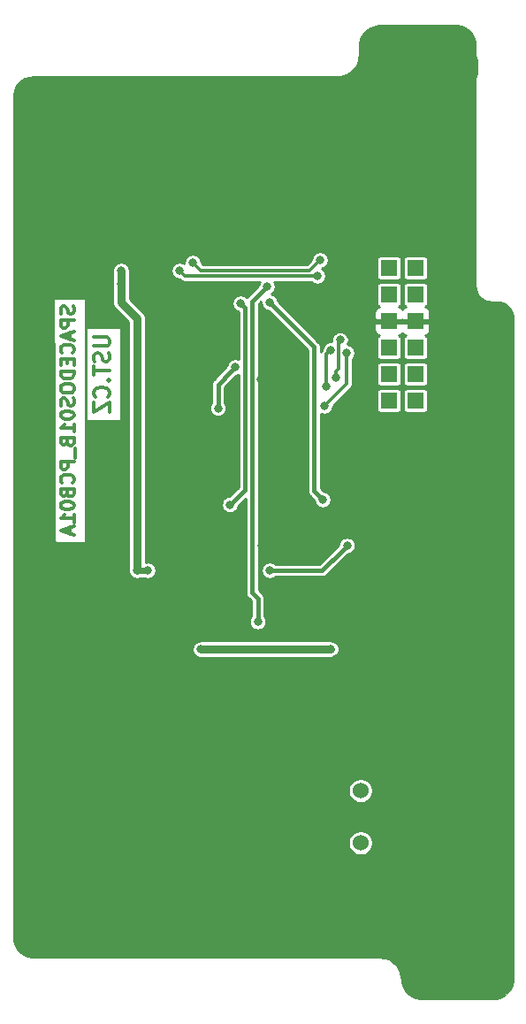
<source format=gbr>
G04 #@! TF.GenerationSoftware,KiCad,Pcbnew,(6.0.0-rc1-dev-205-gc0615c5ef)*
G04 #@! TF.CreationDate,2019-03-07T09:34:15+01:00*
G04 #@! TF.ProjectId,SPACEDOS01B_PCB01A,5350414345444F533031425F50434230,REV*
G04 #@! TF.SameCoordinates,Original*
G04 #@! TF.FileFunction,Copper,L2,Bot,Signal*
G04 #@! TF.FilePolarity,Positive*
%FSLAX46Y46*%
G04 Gerber Fmt 4.6, Leading zero omitted, Abs format (unit mm)*
G04 Created by KiCad (PCBNEW (6.0.0-rc1-dev-205-gc0615c5ef)) date 03/07/19 09:34:15*
%MOMM*%
%LPD*%
G01*
G04 APERTURE LIST*
G04 #@! TA.AperFunction,NonConductor*
%ADD10C,0.300000*%
G04 #@! TD*
G04 #@! TA.AperFunction,ComponentPad*
%ADD11C,1.524000*%
G04 #@! TD*
G04 #@! TA.AperFunction,SMDPad,CuDef*
%ADD12R,1.000000X1.000000*%
G04 #@! TD*
G04 #@! TA.AperFunction,SMDPad,CuDef*
%ADD13R,2.300000X1.000000*%
G04 #@! TD*
G04 #@! TA.AperFunction,SMDPad,CuDef*
%ADD14R,3.800000X1.000000*%
G04 #@! TD*
G04 #@! TA.AperFunction,SMDPad,CuDef*
%ADD15R,1.000000X2.300000*%
G04 #@! TD*
G04 #@! TA.AperFunction,SMDPad,CuDef*
%ADD16R,1.000000X3.800000*%
G04 #@! TD*
G04 #@! TA.AperFunction,ComponentPad*
%ADD17R,1.524000X1.524000*%
G04 #@! TD*
G04 #@! TA.AperFunction,ComponentPad*
%ADD18C,6.000000*%
G04 #@! TD*
G04 #@! TA.AperFunction,ViaPad*
%ADD19C,0.800000*%
G04 #@! TD*
G04 #@! TA.AperFunction,Conductor*
%ADD20C,0.250000*%
G04 #@! TD*
G04 #@! TA.AperFunction,Conductor*
%ADD21C,0.400000*%
G04 #@! TD*
G04 #@! TA.AperFunction,Conductor*
%ADD22C,0.300000*%
G04 #@! TD*
G04 #@! TA.AperFunction,Conductor*
%ADD23C,0.800000*%
G04 #@! TD*
G04 #@! TA.AperFunction,Conductor*
%ADD24C,0.600000*%
G04 #@! TD*
G04 #@! TA.AperFunction,Conductor*
%ADD25C,0.254000*%
G04 #@! TD*
G04 #@! TA.AperFunction,Conductor*
%ADD26C,0.100000*%
G04 #@! TD*
G04 APERTURE END LIST*
D10*
X46754190Y67953095D02*
X46816095Y67767380D01*
X46816095Y67457857D01*
X46754190Y67334047D01*
X46692285Y67272142D01*
X46568476Y67210238D01*
X46444666Y67210238D01*
X46320857Y67272142D01*
X46258952Y67334047D01*
X46197047Y67457857D01*
X46135142Y67705476D01*
X46073238Y67829285D01*
X46011333Y67891190D01*
X45887523Y67953095D01*
X45763714Y67953095D01*
X45639904Y67891190D01*
X45578000Y67829285D01*
X45516095Y67705476D01*
X45516095Y67395952D01*
X45578000Y67210238D01*
X46816095Y66653095D02*
X45516095Y66653095D01*
X45516095Y66157857D01*
X45578000Y66034047D01*
X45639904Y65972142D01*
X45763714Y65910238D01*
X45949428Y65910238D01*
X46073238Y65972142D01*
X46135142Y66034047D01*
X46197047Y66157857D01*
X46197047Y66653095D01*
X46444666Y65415000D02*
X46444666Y64795952D01*
X46816095Y65538809D02*
X45516095Y65105476D01*
X46816095Y64672142D01*
X46692285Y63495952D02*
X46754190Y63557857D01*
X46816095Y63743571D01*
X46816095Y63867380D01*
X46754190Y64053095D01*
X46630380Y64176904D01*
X46506571Y64238809D01*
X46258952Y64300714D01*
X46073238Y64300714D01*
X45825619Y64238809D01*
X45701809Y64176904D01*
X45578000Y64053095D01*
X45516095Y63867380D01*
X45516095Y63743571D01*
X45578000Y63557857D01*
X45639904Y63495952D01*
X46135142Y62938809D02*
X46135142Y62505476D01*
X46816095Y62319761D02*
X46816095Y62938809D01*
X45516095Y62938809D01*
X45516095Y62319761D01*
X46816095Y61762619D02*
X45516095Y61762619D01*
X45516095Y61453095D01*
X45578000Y61267380D01*
X45701809Y61143571D01*
X45825619Y61081666D01*
X46073238Y61019761D01*
X46258952Y61019761D01*
X46506571Y61081666D01*
X46630380Y61143571D01*
X46754190Y61267380D01*
X46816095Y61453095D01*
X46816095Y61762619D01*
X45516095Y60215000D02*
X45516095Y59967380D01*
X45578000Y59843571D01*
X45701809Y59719761D01*
X45949428Y59657857D01*
X46382761Y59657857D01*
X46630380Y59719761D01*
X46754190Y59843571D01*
X46816095Y59967380D01*
X46816095Y60215000D01*
X46754190Y60338809D01*
X46630380Y60462619D01*
X46382761Y60524523D01*
X45949428Y60524523D01*
X45701809Y60462619D01*
X45578000Y60338809D01*
X45516095Y60215000D01*
X46754190Y59162619D02*
X46816095Y58976904D01*
X46816095Y58667380D01*
X46754190Y58543571D01*
X46692285Y58481666D01*
X46568476Y58419761D01*
X46444666Y58419761D01*
X46320857Y58481666D01*
X46258952Y58543571D01*
X46197047Y58667380D01*
X46135142Y58915000D01*
X46073238Y59038809D01*
X46011333Y59100714D01*
X45887523Y59162619D01*
X45763714Y59162619D01*
X45639904Y59100714D01*
X45578000Y59038809D01*
X45516095Y58915000D01*
X45516095Y58605476D01*
X45578000Y58419761D01*
X45516095Y57615000D02*
X45516095Y57491190D01*
X45578000Y57367380D01*
X45639904Y57305476D01*
X45763714Y57243571D01*
X46011333Y57181666D01*
X46320857Y57181666D01*
X46568476Y57243571D01*
X46692285Y57305476D01*
X46754190Y57367380D01*
X46816095Y57491190D01*
X46816095Y57615000D01*
X46754190Y57738809D01*
X46692285Y57800714D01*
X46568476Y57862619D01*
X46320857Y57924523D01*
X46011333Y57924523D01*
X45763714Y57862619D01*
X45639904Y57800714D01*
X45578000Y57738809D01*
X45516095Y57615000D01*
X46816095Y55943571D02*
X46816095Y56686428D01*
X46816095Y56315000D02*
X45516095Y56315000D01*
X45701809Y56438809D01*
X45825619Y56562619D01*
X45887523Y56686428D01*
X46135142Y54953095D02*
X46197047Y54767380D01*
X46258952Y54705476D01*
X46382761Y54643571D01*
X46568476Y54643571D01*
X46692285Y54705476D01*
X46754190Y54767380D01*
X46816095Y54891190D01*
X46816095Y55386428D01*
X45516095Y55386428D01*
X45516095Y54953095D01*
X45578000Y54829285D01*
X45639904Y54767380D01*
X45763714Y54705476D01*
X45887523Y54705476D01*
X46011333Y54767380D01*
X46073238Y54829285D01*
X46135142Y54953095D01*
X46135142Y55386428D01*
X46939904Y54395952D02*
X46939904Y53405476D01*
X46816095Y53095952D02*
X45516095Y53095952D01*
X45516095Y52600714D01*
X45578000Y52476904D01*
X45639904Y52415000D01*
X45763714Y52353095D01*
X45949428Y52353095D01*
X46073238Y52415000D01*
X46135142Y52476904D01*
X46197047Y52600714D01*
X46197047Y53095952D01*
X46692285Y51053095D02*
X46754190Y51115000D01*
X46816095Y51300714D01*
X46816095Y51424523D01*
X46754190Y51610238D01*
X46630380Y51734047D01*
X46506571Y51795952D01*
X46258952Y51857857D01*
X46073238Y51857857D01*
X45825619Y51795952D01*
X45701809Y51734047D01*
X45578000Y51610238D01*
X45516095Y51424523D01*
X45516095Y51300714D01*
X45578000Y51115000D01*
X45639904Y51053095D01*
X46135142Y50062619D02*
X46197047Y49876904D01*
X46258952Y49815000D01*
X46382761Y49753095D01*
X46568476Y49753095D01*
X46692285Y49815000D01*
X46754190Y49876904D01*
X46816095Y50000714D01*
X46816095Y50495952D01*
X45516095Y50495952D01*
X45516095Y50062619D01*
X45578000Y49938809D01*
X45639904Y49876904D01*
X45763714Y49815000D01*
X45887523Y49815000D01*
X46011333Y49876904D01*
X46073238Y49938809D01*
X46135142Y50062619D01*
X46135142Y50495952D01*
X45516095Y48948333D02*
X45516095Y48824523D01*
X45578000Y48700714D01*
X45639904Y48638809D01*
X45763714Y48576904D01*
X46011333Y48515000D01*
X46320857Y48515000D01*
X46568476Y48576904D01*
X46692285Y48638809D01*
X46754190Y48700714D01*
X46816095Y48824523D01*
X46816095Y48948333D01*
X46754190Y49072142D01*
X46692285Y49134047D01*
X46568476Y49195952D01*
X46320857Y49257857D01*
X46011333Y49257857D01*
X45763714Y49195952D01*
X45639904Y49134047D01*
X45578000Y49072142D01*
X45516095Y48948333D01*
X46816095Y47276904D02*
X46816095Y48019761D01*
X46816095Y47648333D02*
X45516095Y47648333D01*
X45701809Y47772142D01*
X45825619Y47895952D01*
X45887523Y48019761D01*
X46444666Y46781666D02*
X46444666Y46162619D01*
X46816095Y46905476D02*
X45516095Y46472142D01*
X46816095Y46038809D01*
X48708571Y65003714D02*
X49922857Y65003714D01*
X50065714Y64932285D01*
X50137142Y64860857D01*
X50208571Y64718000D01*
X50208571Y64432285D01*
X50137142Y64289428D01*
X50065714Y64218000D01*
X49922857Y64146571D01*
X48708571Y64146571D01*
X50137142Y63503714D02*
X50208571Y63289428D01*
X50208571Y62932285D01*
X50137142Y62789428D01*
X50065714Y62718000D01*
X49922857Y62646571D01*
X49780000Y62646571D01*
X49637142Y62718000D01*
X49565714Y62789428D01*
X49494285Y62932285D01*
X49422857Y63218000D01*
X49351428Y63360857D01*
X49280000Y63432285D01*
X49137142Y63503714D01*
X48994285Y63503714D01*
X48851428Y63432285D01*
X48780000Y63360857D01*
X48708571Y63218000D01*
X48708571Y62860857D01*
X48780000Y62646571D01*
X48708571Y62218000D02*
X48708571Y61360857D01*
X50208571Y61789428D02*
X48708571Y61789428D01*
X50065714Y60860857D02*
X50137142Y60789428D01*
X50208571Y60860857D01*
X50137142Y60932285D01*
X50065714Y60860857D01*
X50208571Y60860857D01*
X50065714Y59289428D02*
X50137142Y59360857D01*
X50208571Y59575142D01*
X50208571Y59718000D01*
X50137142Y59932285D01*
X49994285Y60075142D01*
X49851428Y60146571D01*
X49565714Y60218000D01*
X49351428Y60218000D01*
X49065714Y60146571D01*
X48922857Y60075142D01*
X48780000Y59932285D01*
X48708571Y59718000D01*
X48708571Y59575142D01*
X48780000Y59360857D01*
X48851428Y59289428D01*
X48708571Y58789428D02*
X48708571Y57789428D01*
X50208571Y58789428D01*
X50208571Y57789428D01*
D11*
G04 #@! TO.P,D1,1*
G04 #@! TO.N,/K*
X74250000Y21590000D03*
G04 #@! TO.P,D1,2*
G04 #@! TO.N,/A*
X74250000Y16590000D03*
G04 #@! TD*
D12*
G04 #@! TO.P,M10,1*
G04 #@! TO.N,GND*
X74066000Y72796000D03*
X42266000Y72796000D03*
X42266000Y40996000D03*
X74066000Y40996000D03*
D13*
X72416000Y72796000D03*
X72416000Y40996000D03*
D14*
X67166000Y72796000D03*
X67166000Y40996000D03*
X61166000Y72796000D03*
X61166000Y40996000D03*
X55166000Y72796000D03*
X55166000Y40996000D03*
X49166000Y72796000D03*
X49166000Y40996000D03*
D13*
X43916000Y72796000D03*
X43916000Y40996000D03*
D15*
X74066000Y71146000D03*
X42266000Y71146000D03*
D16*
X74066000Y65896000D03*
X42266000Y65896000D03*
X74066000Y59896000D03*
X42266000Y59896000D03*
X74066000Y53896000D03*
X42266000Y53896000D03*
X74066000Y47896000D03*
X42266000Y47896000D03*
D15*
X74066000Y42646000D03*
X42266000Y42646000D03*
G04 #@! TD*
D17*
G04 #@! TO.P,J2,2*
G04 #@! TO.N,GND*
X79502000Y66548000D03*
G04 #@! TO.P,J2,1*
X76962000Y66548000D03*
G04 #@! TD*
G04 #@! TO.P,J3,2*
G04 #@! TO.N,/power/3*
X79502000Y71628000D03*
G04 #@! TO.P,J3,1*
X76962000Y71628000D03*
G04 #@! TD*
G04 #@! TO.P,J7,1*
G04 #@! TO.N,/cpu/TX0*
X79502000Y61468000D03*
G04 #@! TD*
G04 #@! TO.P,J4,1*
G04 #@! TO.N,/cpu/PD3*
X76962000Y58928000D03*
G04 #@! TD*
G04 #@! TO.P,J6,1*
G04 #@! TO.N,/cpu/RX0*
X76962000Y61468000D03*
G04 #@! TD*
G04 #@! TO.P,J5,1*
G04 #@! TO.N,/cpu/PD2*
X79502000Y58928000D03*
G04 #@! TD*
G04 #@! TO.P,J19,2*
G04 #@! TO.N,/cpu/RST#*
X76962000Y64008000D03*
G04 #@! TO.P,J19,1*
X79502000Y64008000D03*
G04 #@! TD*
D18*
G04 #@! TO.P,M2,1*
G04 #@! TO.N,GND*
X44450000Y77890000D03*
G04 #@! TD*
G04 #@! TO.P,M3,1*
G04 #@! TO.N,GND*
X85090000Y5080000D03*
G04 #@! TD*
G04 #@! TO.P,M4,1*
G04 #@! TO.N,GND*
X44450000Y23000000D03*
G04 #@! TD*
G04 #@! TO.P,M1,1*
G04 #@! TO.N,GND*
X82550000Y90810000D03*
G04 #@! TD*
D12*
G04 #@! TO.P,M8,1*
G04 #@! TO.N,GND*
X80174700Y7633100D03*
X80174700Y39433100D03*
X48374700Y39433100D03*
X48374700Y7633100D03*
D15*
X80174700Y9283100D03*
X48374700Y9283100D03*
D16*
X80174700Y14533100D03*
X48374700Y14533100D03*
X80174700Y20533100D03*
X48374700Y20533100D03*
X80174700Y26533100D03*
X48374700Y26533100D03*
X80174700Y32533100D03*
X48374700Y32533100D03*
D15*
X80174700Y37783100D03*
X48374700Y37783100D03*
D13*
X78524700Y7633100D03*
X78524700Y39433100D03*
D14*
X73274700Y7633100D03*
X73274700Y39433100D03*
X67274700Y7633100D03*
X67274700Y39433100D03*
X61274700Y7633100D03*
X61274700Y39433100D03*
X55274700Y7633100D03*
X55274700Y39433100D03*
D13*
X50024700Y7633100D03*
X50024700Y39433100D03*
G04 #@! TD*
D17*
G04 #@! TO.P,J1,2*
G04 #@! TO.N,N/C*
X76962000Y69088000D03*
G04 #@! TO.P,J1,1*
X79502000Y69088000D03*
G04 #@! TD*
D19*
G04 #@! TO.N,GND*
X76750000Y79500000D03*
X55626000Y72390000D03*
X54356000Y72390000D03*
X54749700Y43726100D03*
X62744700Y19121100D03*
X61226700Y20993100D03*
X60839700Y18486100D03*
X60839700Y16929100D03*
X64649700Y16581100D03*
X66554700Y16581100D03*
X67824700Y16581100D03*
X69075265Y16580557D03*
X73418700Y10325100D03*
X70364700Y18486100D03*
X69094700Y36901100D03*
X69094700Y38171100D03*
X67576514Y39689286D03*
X69094700Y45156100D03*
X66554700Y39479100D03*
X68294700Y40711100D03*
X60839700Y43886100D03*
X60839700Y45156100D03*
X68459700Y45791100D03*
X64776700Y45029100D03*
X67697700Y37028100D03*
X64522700Y11247100D03*
X65792700Y11247100D03*
X60966700Y15565100D03*
X63506700Y39695100D03*
X52590700Y39281100D03*
X52324000Y37592000D03*
X51066700Y40551100D03*
X51066700Y42075100D03*
X51066700Y43599100D03*
X51066700Y45377100D03*
X51066700Y46901100D03*
X52324000Y36068000D03*
X52578000Y34544000D03*
X52844700Y32931100D03*
X54114700Y34201100D03*
X55384700Y34201100D03*
X56654700Y33566100D03*
X57289700Y32296100D03*
X57289700Y31026100D03*
X57289700Y29756100D03*
X57289700Y28486100D03*
X56654700Y27216100D03*
X55384700Y25946100D03*
X54749700Y24676100D03*
X54749700Y23406100D03*
X54749700Y21501100D03*
X56019700Y20231100D03*
X56019700Y18961100D03*
X57924700Y24041100D03*
X59194700Y24041100D03*
X60250000Y24041100D03*
X60250000Y25311100D03*
X59194700Y25311100D03*
X60250000Y26500000D03*
X60464700Y27851100D03*
X60464700Y29121100D03*
X60464700Y30391100D03*
X60464700Y31661100D03*
X60464700Y32931100D03*
X61734700Y27851100D03*
X63766700Y27851100D03*
X63766700Y29121100D03*
X61734700Y29121100D03*
X61099700Y37376100D03*
X60718700Y36233100D03*
X60464700Y38646100D03*
X61099700Y40551100D03*
X56146700Y40297100D03*
X57289700Y40551100D03*
X58559700Y39916100D03*
X56146700Y38773100D03*
X56019700Y17056100D03*
X56019700Y15151100D03*
X56654700Y13881100D03*
X56654700Y11976100D03*
X57289700Y10706100D03*
X58559700Y9436100D03*
X59829700Y8801100D03*
X61099700Y8801100D03*
X63004700Y8801100D03*
X64909700Y8801100D03*
X66814700Y8801100D03*
X68719700Y8801100D03*
X70624700Y8801100D03*
X71894700Y8801100D03*
X71500000Y11976100D03*
X70500000Y14250000D03*
X71750000Y14000000D03*
X73250000Y14000000D03*
X74500000Y14750000D03*
X71882000Y17018000D03*
X74750000Y18000000D03*
X73000000Y18000000D03*
X70624700Y17056100D03*
X71750000Y18000000D03*
X74434700Y11341100D03*
X72500000Y22250000D03*
X75438000Y20574000D03*
X76000000Y21750000D03*
X76339700Y22771100D03*
X77609700Y22771100D03*
X73500000Y33500000D03*
X69354700Y27216100D03*
X69354700Y28486100D03*
X68846700Y29629100D03*
X70878700Y31026100D03*
X69862700Y32296100D03*
X69354700Y33566100D03*
X70624700Y33566100D03*
X71894700Y34201100D03*
X73164700Y34836100D03*
X72529700Y32296100D03*
X74434700Y32296100D03*
X75069700Y33566100D03*
X75069700Y34836100D03*
X74434700Y36106100D03*
X74434700Y37376100D03*
X74434700Y38646100D03*
X74434700Y39916100D03*
X74434700Y41186100D03*
X75069700Y42456100D03*
X76339700Y42456100D03*
X76974700Y43726100D03*
X76339700Y46266100D03*
X72910700Y47155100D03*
X71386700Y47155100D03*
X70370700Y47155100D03*
X69354700Y47917100D03*
X69354700Y49187100D03*
X68338700Y49949100D03*
X60718700Y64681100D03*
X64655700Y60998100D03*
X75450700Y12357100D03*
X76466700Y13373100D03*
X77482700Y14897100D03*
X77482700Y16421100D03*
X77482700Y17945100D03*
X77482700Y19469100D03*
X76466700Y20485100D03*
X76440661Y45010523D03*
X74123007Y47097407D03*
X62242700Y66713100D03*
X60642699Y62636209D03*
X57848500Y77742838D03*
X53086000Y72390000D03*
X52832000Y81534000D03*
X54102000Y81534000D03*
X59690000Y81788000D03*
X59690000Y80518000D03*
X62750000Y81750000D03*
X74500000Y75500000D03*
X74500000Y74250000D03*
X64500000Y72750000D03*
X69250000Y68750000D03*
X68000000Y67250000D03*
X69750000Y66750000D03*
X68326000Y36322000D03*
G04 #@! TO.N,Net-(R1-Pad2)*
X65532000Y42672000D03*
X72955432Y45054203D03*
G04 #@! TO.N,/cpu/RST#*
X70789700Y58420000D03*
X72898000Y63500000D03*
G04 #@! TO.N,/cpu/PC0*
X70104000Y70866000D03*
X56896000Y71374000D03*
G04 #@! TO.N,/cpu/PC1*
X70358000Y72390000D03*
X58166002Y72136000D03*
G04 #@! TO.N,/cpu/PB6*
X60591700Y58204100D03*
X62242700Y62141100D03*
G04 #@! TO.N,+3V3*
X58934700Y35123100D03*
X71380700Y35123100D03*
X51308000Y70104000D03*
X51308000Y71374000D03*
X52832000Y42672000D03*
X53848000Y42672000D03*
G04 #@! TO.N,PA1*
X64401700Y37757100D03*
X65278000Y69850000D03*
G04 #@! TO.N,PA0*
X70624700Y49441100D03*
X65536586Y68330586D03*
G04 #@! TO.N,PB0*
X61734700Y48966100D03*
X62750700Y68237100D03*
G04 #@! TO.N,/cpu/PD3*
X71876033Y61145647D03*
X72295092Y64738825D03*
G04 #@! TO.N,/cpu/PD2*
X70933305Y60265305D03*
X71397989Y63783339D03*
G04 #@! TD*
D20*
G04 #@! TO.N,GND*
X60839700Y18486100D02*
X60839700Y20391100D01*
X67824700Y16581100D02*
X66554700Y16581100D01*
X69075265Y18466665D02*
X69075265Y16580557D01*
X70364700Y19756100D02*
X69075265Y18466665D01*
D21*
X69094700Y38171100D02*
X69094700Y36901100D01*
X68294700Y40407472D02*
X67576514Y39689286D01*
X68294700Y40711100D02*
X68294700Y40407472D01*
X67786700Y40711100D02*
X66554700Y39479100D01*
X68294700Y40711100D02*
X67786700Y40711100D01*
X60839700Y45156100D02*
X60839700Y43886100D01*
X68459700Y45791100D02*
X65538700Y45791100D01*
X65538700Y45791100D02*
X64776700Y45029100D01*
D20*
X64522700Y11247100D02*
X65792700Y11247100D01*
X63506700Y39695100D02*
X62236700Y39695100D01*
X62236700Y39695100D02*
X61982700Y39949100D01*
X67697700Y37028100D02*
X68326000Y36399800D01*
X68326000Y36399800D02*
X68326000Y36322000D01*
D21*
G04 #@! TO.N,Net-(R1-Pad2)*
X72555433Y44654204D02*
X72955432Y45054203D01*
X70573229Y42672000D02*
X72555433Y44654204D01*
X65532000Y42672000D02*
X70573229Y42672000D01*
D22*
G04 #@! TO.N,/cpu/RST#*
X72898000Y62934315D02*
X72898000Y63500000D01*
X70789700Y58420000D02*
X72898000Y60528300D01*
X72898000Y60528300D02*
X72898000Y62934315D01*
G04 #@! TO.N,/cpu/PC0*
X70104000Y70866000D02*
X57404000Y70866000D01*
X57404000Y70866000D02*
X56896000Y71374000D01*
G04 #@! TO.N,/cpu/PC1*
X69334010Y71366010D02*
X70358000Y72390000D01*
X58935992Y71366010D02*
X69334010Y71366010D01*
X58166002Y72136000D02*
X58935992Y71366010D01*
D21*
G04 #@! TO.N,/cpu/PB6*
X61842701Y61741101D02*
X62242700Y62141100D01*
X60591700Y60490100D02*
X61842701Y61741101D01*
X60591700Y58204100D02*
X60591700Y60490100D01*
D23*
G04 #@! TO.N,+3V3*
X71380700Y35123100D02*
X58934700Y35123100D01*
X51308000Y70104000D02*
X51308000Y71374000D01*
X51308000Y68326000D02*
X52832000Y66802000D01*
X51308000Y70104000D02*
X51308000Y68326000D01*
X52832000Y66802000D02*
X52832000Y42672000D01*
D24*
X52832000Y42672000D02*
X53848000Y42672000D01*
D21*
G04 #@! TO.N,PA1*
X64401700Y37757100D02*
X64401700Y39984102D01*
X63855699Y68427699D02*
X64878001Y69450001D01*
X64878001Y69450001D02*
X65278000Y69850000D01*
X63855699Y40530103D02*
X63855699Y68427699D01*
X64401700Y39984102D02*
X63855699Y40530103D01*
G04 #@! TO.N,PA0*
X70624700Y49441100D02*
X69811998Y50253802D01*
X69811998Y64055174D02*
X69811998Y60413998D01*
X65536586Y68330586D02*
X69811998Y64055174D01*
X69811998Y50253802D02*
X69811998Y60413998D01*
G04 #@! TO.N,PB0*
X63166690Y50398090D02*
X61734700Y48966100D01*
X63166690Y67821110D02*
X63166690Y50398090D01*
X62750700Y68237100D02*
X63166690Y67821110D01*
D22*
G04 #@! TO.N,/cpu/PD3*
X71876033Y61145647D02*
X71876033Y61711332D01*
X72147999Y61983298D02*
X72147999Y64591732D01*
X71876033Y61711332D02*
X72147999Y61983298D01*
X72147999Y64591732D02*
X72295092Y64738825D01*
G04 #@! TO.N,/cpu/PD2*
X70933305Y63318655D02*
X70997990Y63383340D01*
X70933305Y60265305D02*
X70933305Y63318655D01*
X70997990Y63383340D02*
X71397989Y63783339D01*
G04 #@! TD*
D25*
G04 #@! TO.N,GND*
G36*
X83690497Y94467109D02*
X83969927Y94382744D01*
X84227647Y94245711D01*
X84453847Y94061227D01*
X84639901Y93836327D01*
X84778731Y93579565D01*
X84865045Y93300730D01*
X84898000Y92987188D01*
X84898001Y69975347D01*
X84900168Y69953344D01*
X84900103Y69944031D01*
X84900787Y69937056D01*
X84931387Y69645910D01*
X84940529Y69601378D01*
X84949061Y69556648D01*
X84951087Y69549938D01*
X85037655Y69270282D01*
X85055284Y69228344D01*
X85072331Y69186152D01*
X85075622Y69179963D01*
X85214861Y68922447D01*
X85240292Y68884745D01*
X85265216Y68846656D01*
X85269646Y68841224D01*
X85456251Y68615657D01*
X85488522Y68583611D01*
X85520369Y68551090D01*
X85525770Y68546622D01*
X85752634Y68361596D01*
X85790490Y68336445D01*
X85828072Y68310712D01*
X85834238Y68307378D01*
X86092719Y68169941D01*
X86134798Y68152598D01*
X86176604Y68134680D01*
X86183300Y68132607D01*
X86463554Y68047993D01*
X86508180Y68039157D01*
X86552691Y68029696D01*
X86559662Y68028963D01*
X86851014Y68000396D01*
X86851019Y68000396D01*
X86875347Y67998000D01*
X87475451Y67998000D01*
X87693380Y67976632D01*
X87879387Y67920473D01*
X88050953Y67829249D01*
X88201527Y67706444D01*
X88325385Y67556725D01*
X88417800Y67385808D01*
X88475258Y67200191D01*
X88498001Y66983803D01*
X88498000Y3524551D01*
X88467109Y3209506D01*
X88382745Y2930077D01*
X88245712Y2672354D01*
X88061228Y2446155D01*
X87836327Y2260099D01*
X87579566Y2121269D01*
X87300730Y2034955D01*
X86987187Y2002000D01*
X80024551Y2002000D01*
X79709506Y2032891D01*
X79430077Y2117255D01*
X79172354Y2254288D01*
X78946155Y2438772D01*
X78760099Y2663673D01*
X78621269Y2920434D01*
X78534955Y3199270D01*
X78501957Y3513224D01*
X78501948Y3515725D01*
X78499732Y3537537D01*
X78499885Y3559461D01*
X78499201Y3566437D01*
X78458400Y3954630D01*
X78449257Y3999168D01*
X78440726Y4043892D01*
X78438700Y4050602D01*
X78323276Y4423476D01*
X78305648Y4465410D01*
X78288600Y4507605D01*
X78285310Y4513794D01*
X78099659Y4857149D01*
X78074221Y4894862D01*
X78049302Y4932942D01*
X78044872Y4938374D01*
X77796065Y5239128D01*
X77763795Y5271174D01*
X77731947Y5303695D01*
X77726547Y5308163D01*
X77424062Y5554864D01*
X77386188Y5580027D01*
X77348623Y5605748D01*
X77342458Y5609082D01*
X76997816Y5792331D01*
X76955776Y5809659D01*
X76913930Y5827594D01*
X76907234Y5829667D01*
X76533563Y5942484D01*
X76488919Y5951324D01*
X76444427Y5960781D01*
X76437456Y5961514D01*
X76048987Y5999604D01*
X76048981Y5999604D01*
X76024653Y6002000D01*
X42864551Y6002000D01*
X42549506Y6032891D01*
X42270077Y6117255D01*
X42012354Y6254288D01*
X41786155Y6438772D01*
X41600099Y6663673D01*
X41461269Y6920434D01*
X41374955Y7199270D01*
X41342000Y7512813D01*
X41342000Y16707106D01*
X73061000Y16707106D01*
X73061000Y16472894D01*
X73106693Y16243182D01*
X73196322Y16026797D01*
X73326443Y15832057D01*
X73492057Y15666443D01*
X73686797Y15536322D01*
X73903182Y15446693D01*
X74132894Y15401000D01*
X74367106Y15401000D01*
X74596818Y15446693D01*
X74813203Y15536322D01*
X75007943Y15666443D01*
X75173557Y15832057D01*
X75303678Y16026797D01*
X75393307Y16243182D01*
X75439000Y16472894D01*
X75439000Y16707106D01*
X75393307Y16936818D01*
X75303678Y17153203D01*
X75173557Y17347943D01*
X75007943Y17513557D01*
X74813203Y17643678D01*
X74596818Y17733307D01*
X74367106Y17779000D01*
X74132894Y17779000D01*
X73903182Y17733307D01*
X73686797Y17643678D01*
X73492057Y17513557D01*
X73326443Y17347943D01*
X73196322Y17153203D01*
X73106693Y16936818D01*
X73061000Y16707106D01*
X41342000Y16707106D01*
X41342000Y21707106D01*
X73061000Y21707106D01*
X73061000Y21472894D01*
X73106693Y21243182D01*
X73196322Y21026797D01*
X73326443Y20832057D01*
X73492057Y20666443D01*
X73686797Y20536322D01*
X73903182Y20446693D01*
X74132894Y20401000D01*
X74367106Y20401000D01*
X74596818Y20446693D01*
X74813203Y20536322D01*
X75007943Y20666443D01*
X75173557Y20832057D01*
X75303678Y21026797D01*
X75393307Y21243182D01*
X75439000Y21472894D01*
X75439000Y21707106D01*
X75393307Y21936818D01*
X75303678Y22153203D01*
X75173557Y22347943D01*
X75007943Y22513557D01*
X74813203Y22643678D01*
X74596818Y22733307D01*
X74367106Y22779000D01*
X74132894Y22779000D01*
X73903182Y22733307D01*
X73686797Y22643678D01*
X73492057Y22513557D01*
X73326443Y22347943D01*
X73196322Y22153203D01*
X73106693Y21936818D01*
X73061000Y21707106D01*
X41342000Y21707106D01*
X41342000Y35123100D01*
X58103699Y35123100D01*
X58107700Y35082476D01*
X58107700Y35041648D01*
X58115665Y35001608D01*
X58119666Y34960980D01*
X58131518Y34921909D01*
X58139482Y34881873D01*
X58155103Y34844161D01*
X58166955Y34805090D01*
X58186202Y34769082D01*
X58201823Y34731369D01*
X58224502Y34697427D01*
X58243748Y34661421D01*
X58269648Y34629862D01*
X58292328Y34595919D01*
X58321195Y34567052D01*
X58347094Y34535494D01*
X58378652Y34509595D01*
X58407519Y34480728D01*
X58441462Y34458048D01*
X58473021Y34432148D01*
X58509027Y34412902D01*
X58542969Y34390223D01*
X58580682Y34374602D01*
X58616690Y34355355D01*
X58655761Y34343503D01*
X58693473Y34327882D01*
X58733509Y34319918D01*
X58772580Y34308066D01*
X58813209Y34304065D01*
X58853248Y34296100D01*
X71462152Y34296100D01*
X71502191Y34304065D01*
X71542820Y34308066D01*
X71581891Y34319918D01*
X71621927Y34327882D01*
X71659639Y34343503D01*
X71698710Y34355355D01*
X71734718Y34374602D01*
X71772431Y34390223D01*
X71806373Y34412902D01*
X71842379Y34432148D01*
X71873938Y34458048D01*
X71907881Y34480728D01*
X71936748Y34509595D01*
X71968306Y34535494D01*
X71994205Y34567052D01*
X72023072Y34595919D01*
X72045752Y34629862D01*
X72071652Y34661421D01*
X72090898Y34697427D01*
X72113577Y34731369D01*
X72129198Y34769082D01*
X72148445Y34805090D01*
X72160297Y34844161D01*
X72175918Y34881873D01*
X72183882Y34921909D01*
X72195734Y34960980D01*
X72199735Y35001608D01*
X72207700Y35041648D01*
X72207700Y35082476D01*
X72211701Y35123100D01*
X72207700Y35163724D01*
X72207700Y35204552D01*
X72199735Y35244592D01*
X72195734Y35285220D01*
X72183882Y35324291D01*
X72175918Y35364327D01*
X72160297Y35402039D01*
X72148445Y35441110D01*
X72129198Y35477118D01*
X72113577Y35514831D01*
X72090898Y35548773D01*
X72071652Y35584779D01*
X72045752Y35616338D01*
X72023072Y35650281D01*
X71994205Y35679148D01*
X71968306Y35710706D01*
X71936748Y35736605D01*
X71907881Y35765472D01*
X71873938Y35788152D01*
X71842379Y35814052D01*
X71806373Y35833298D01*
X71772431Y35855977D01*
X71734718Y35871598D01*
X71698710Y35890845D01*
X71659639Y35902697D01*
X71621927Y35918318D01*
X71581891Y35926282D01*
X71542820Y35938134D01*
X71502191Y35942135D01*
X71462152Y35950100D01*
X58853248Y35950100D01*
X58813209Y35942135D01*
X58772580Y35938134D01*
X58733509Y35926282D01*
X58693473Y35918318D01*
X58655761Y35902697D01*
X58616690Y35890845D01*
X58580682Y35871598D01*
X58542969Y35855977D01*
X58509027Y35833298D01*
X58473021Y35814052D01*
X58441462Y35788152D01*
X58407519Y35765472D01*
X58378652Y35736605D01*
X58347094Y35710706D01*
X58321195Y35679148D01*
X58292328Y35650281D01*
X58269648Y35616338D01*
X58243748Y35584779D01*
X58224502Y35548773D01*
X58201823Y35514831D01*
X58186202Y35477118D01*
X58166955Y35441110D01*
X58155103Y35402039D01*
X58139482Y35364327D01*
X58131518Y35324291D01*
X58119666Y35285220D01*
X58115665Y35244592D01*
X58107700Y35204552D01*
X58107700Y35163724D01*
X58103699Y35123100D01*
X41342000Y35123100D01*
X41342000Y68732714D01*
X44790000Y68732714D01*
X44790000Y45293000D01*
X47894000Y45293000D01*
X47894000Y65937857D01*
X47948000Y65937857D01*
X47948000Y56998143D01*
X51352000Y56998143D01*
X51352000Y65937857D01*
X47948000Y65937857D01*
X47894000Y65937857D01*
X47894000Y68326000D01*
X50477000Y68326000D01*
X50492967Y68163880D01*
X50540256Y68007990D01*
X50617048Y67864321D01*
X50694498Y67769949D01*
X50720395Y67738394D01*
X50751947Y67712499D01*
X52005000Y66459445D01*
X52005001Y42753457D01*
X52005000Y42753452D01*
X52005000Y42590548D01*
X52012967Y42550499D01*
X52016967Y42509880D01*
X52028816Y42470818D01*
X52036782Y42430773D01*
X52052407Y42393052D01*
X52064256Y42353990D01*
X52083498Y42317991D01*
X52099123Y42280269D01*
X52121807Y42246320D01*
X52141049Y42210321D01*
X52166944Y42178768D01*
X52189628Y42144819D01*
X52218500Y42115947D01*
X52244395Y42084394D01*
X52275948Y42058499D01*
X52304819Y42029628D01*
X52338767Y42006945D01*
X52370322Y41981048D01*
X52406323Y41961805D01*
X52440269Y41939123D01*
X52477987Y41923500D01*
X52513991Y41904255D01*
X52553058Y41892404D01*
X52590773Y41876782D01*
X52630812Y41868818D01*
X52669881Y41856966D01*
X52710508Y41852965D01*
X52750548Y41845000D01*
X52791376Y41845000D01*
X52832000Y41840999D01*
X52872624Y41845000D01*
X52913452Y41845000D01*
X52953492Y41852965D01*
X52994120Y41856966D01*
X53033191Y41868818D01*
X53073227Y41876782D01*
X53110939Y41892403D01*
X53150010Y41904255D01*
X53186018Y41923502D01*
X53223731Y41939123D01*
X53232527Y41945000D01*
X53447473Y41945000D01*
X53456269Y41939123D01*
X53606773Y41876782D01*
X53766548Y41845000D01*
X53929452Y41845000D01*
X54089227Y41876782D01*
X54239731Y41939123D01*
X54375181Y42029628D01*
X54490372Y42144819D01*
X54580877Y42280269D01*
X54643218Y42430773D01*
X54675000Y42590548D01*
X54675000Y42753452D01*
X54643218Y42913227D01*
X54580877Y43063731D01*
X54490372Y43199181D01*
X54375181Y43314372D01*
X54239731Y43404877D01*
X54089227Y43467218D01*
X53929452Y43499000D01*
X53766548Y43499000D01*
X53659000Y43477607D01*
X53659000Y66761390D01*
X53663000Y66802001D01*
X53659000Y66842612D01*
X53659000Y66842624D01*
X53647034Y66964120D01*
X53599745Y67120010D01*
X53522952Y67263679D01*
X53522951Y67263681D01*
X53445502Y67358053D01*
X53445496Y67358059D01*
X53419606Y67389606D01*
X53388059Y67415495D01*
X52135000Y68668553D01*
X52135000Y71455452D01*
X56069000Y71455452D01*
X56069000Y71292548D01*
X56100782Y71132773D01*
X56163123Y70982269D01*
X56253628Y70846819D01*
X56368819Y70731628D01*
X56504269Y70641123D01*
X56654773Y70578782D01*
X56814548Y70547000D01*
X56906999Y70547000D01*
X56975961Y70478038D01*
X56994026Y70456026D01*
X57081885Y70383921D01*
X57182124Y70330343D01*
X57290888Y70297350D01*
X57375664Y70289000D01*
X57375670Y70289000D01*
X57403999Y70286210D01*
X57432328Y70289000D01*
X64576707Y70289000D01*
X64545123Y70241731D01*
X64482782Y70091227D01*
X64451000Y69931452D01*
X64451000Y69909712D01*
X63434121Y68892832D01*
X63410199Y68873200D01*
X63353383Y68803970D01*
X63277881Y68879472D01*
X63142431Y68969977D01*
X62991927Y69032318D01*
X62832152Y69064100D01*
X62669248Y69064100D01*
X62509473Y69032318D01*
X62358969Y68969977D01*
X62223519Y68879472D01*
X62108328Y68764281D01*
X62017823Y68628831D01*
X61955482Y68478327D01*
X61923700Y68318552D01*
X61923700Y68155648D01*
X61955482Y67995873D01*
X62017823Y67845369D01*
X62108328Y67709919D01*
X62223519Y67594728D01*
X62358969Y67504223D01*
X62509473Y67441882D01*
X62539690Y67435871D01*
X62539690Y62913220D01*
X62483927Y62936318D01*
X62324152Y62968100D01*
X62161248Y62968100D01*
X62001473Y62936318D01*
X61850969Y62873977D01*
X61715519Y62783472D01*
X61600328Y62668281D01*
X61509823Y62532831D01*
X61447482Y62382327D01*
X61415700Y62222552D01*
X61415700Y62200812D01*
X60170122Y60955233D01*
X60146200Y60935601D01*
X60067848Y60840128D01*
X60019767Y60750176D01*
X60009626Y60731203D01*
X59973773Y60613012D01*
X59961667Y60490100D01*
X59964701Y60459296D01*
X59964700Y58746653D01*
X59949328Y58731281D01*
X59858823Y58595831D01*
X59796482Y58445327D01*
X59764700Y58285552D01*
X59764700Y58122648D01*
X59796482Y57962873D01*
X59858823Y57812369D01*
X59949328Y57676919D01*
X60064519Y57561728D01*
X60199969Y57471223D01*
X60350473Y57408882D01*
X60510248Y57377100D01*
X60673152Y57377100D01*
X60832927Y57408882D01*
X60983431Y57471223D01*
X61118881Y57561728D01*
X61234072Y57676919D01*
X61324577Y57812369D01*
X61386918Y57962873D01*
X61418700Y58122648D01*
X61418700Y58285552D01*
X61386918Y58445327D01*
X61324577Y58595831D01*
X61234072Y58731281D01*
X61218700Y58746653D01*
X61218700Y60230389D01*
X62302412Y61314100D01*
X62324152Y61314100D01*
X62483927Y61345882D01*
X62539690Y61368980D01*
X62539691Y50657803D01*
X61674989Y49793100D01*
X61653248Y49793100D01*
X61493473Y49761318D01*
X61342969Y49698977D01*
X61207519Y49608472D01*
X61092328Y49493281D01*
X61001823Y49357831D01*
X60939482Y49207327D01*
X60907700Y49047552D01*
X60907700Y48884648D01*
X60939482Y48724873D01*
X61001823Y48574369D01*
X61092328Y48438919D01*
X61207519Y48323728D01*
X61342969Y48233223D01*
X61493473Y48170882D01*
X61653248Y48139100D01*
X61816152Y48139100D01*
X61975927Y48170882D01*
X62126431Y48233223D01*
X62261881Y48323728D01*
X62377072Y48438919D01*
X62467577Y48574369D01*
X62529918Y48724873D01*
X62561700Y48884648D01*
X62561700Y48906389D01*
X63228699Y49573388D01*
X63228699Y40560897D01*
X63225666Y40530103D01*
X63228699Y40499310D01*
X63237772Y40407191D01*
X63273624Y40289001D01*
X63331846Y40180076D01*
X63410198Y40084602D01*
X63434126Y40064965D01*
X63774701Y39724389D01*
X63774700Y38299653D01*
X63759328Y38284281D01*
X63668823Y38148831D01*
X63606482Y37998327D01*
X63574700Y37838552D01*
X63574700Y37675648D01*
X63606482Y37515873D01*
X63668823Y37365369D01*
X63759328Y37229919D01*
X63874519Y37114728D01*
X64009969Y37024223D01*
X64160473Y36961882D01*
X64320248Y36930100D01*
X64483152Y36930100D01*
X64642927Y36961882D01*
X64793431Y37024223D01*
X64928881Y37114728D01*
X65044072Y37229919D01*
X65134577Y37365369D01*
X65196918Y37515873D01*
X65228700Y37675648D01*
X65228700Y37838552D01*
X65196918Y37998327D01*
X65134577Y38148831D01*
X65044072Y38284281D01*
X65028700Y38299653D01*
X65028700Y39953309D01*
X65031733Y39984103D01*
X65019627Y40107015D01*
X65019170Y40108522D01*
X64983775Y40225205D01*
X64925553Y40334130D01*
X64847201Y40429603D01*
X64823278Y40449236D01*
X64482699Y40789814D01*
X64482699Y42753452D01*
X64705000Y42753452D01*
X64705000Y42590548D01*
X64736782Y42430773D01*
X64799123Y42280269D01*
X64889628Y42144819D01*
X65004819Y42029628D01*
X65140269Y41939123D01*
X65290773Y41876782D01*
X65450548Y41845000D01*
X65613452Y41845000D01*
X65773227Y41876782D01*
X65923731Y41939123D01*
X66059181Y42029628D01*
X66074553Y42045000D01*
X70542435Y42045000D01*
X70573229Y42041967D01*
X70604023Y42045000D01*
X70696142Y42054073D01*
X70814332Y42089925D01*
X70923257Y42148147D01*
X71018730Y42226499D01*
X71038367Y42250427D01*
X73015144Y44227203D01*
X73036884Y44227203D01*
X73196659Y44258985D01*
X73347163Y44321326D01*
X73482613Y44411831D01*
X73597804Y44527022D01*
X73688309Y44662472D01*
X73750650Y44812976D01*
X73782432Y44972751D01*
X73782432Y45135655D01*
X73750650Y45295430D01*
X73688309Y45445934D01*
X73597804Y45581384D01*
X73482613Y45696575D01*
X73347163Y45787080D01*
X73196659Y45849421D01*
X73036884Y45881203D01*
X72873980Y45881203D01*
X72714205Y45849421D01*
X72563701Y45787080D01*
X72428251Y45696575D01*
X72313060Y45581384D01*
X72222555Y45445934D01*
X72160214Y45295430D01*
X72128432Y45135655D01*
X72128432Y45113915D01*
X70313518Y43299000D01*
X66074553Y43299000D01*
X66059181Y43314372D01*
X65923731Y43404877D01*
X65773227Y43467218D01*
X65613452Y43499000D01*
X65450548Y43499000D01*
X65290773Y43467218D01*
X65140269Y43404877D01*
X65004819Y43314372D01*
X64889628Y43199181D01*
X64799123Y43063731D01*
X64736782Y42913227D01*
X64705000Y42753452D01*
X64482699Y42753452D01*
X64482699Y68167988D01*
X64709586Y68394875D01*
X64709586Y68249134D01*
X64741368Y68089359D01*
X64803709Y67938855D01*
X64894214Y67803405D01*
X65009405Y67688214D01*
X65144855Y67597709D01*
X65295359Y67535368D01*
X65455134Y67503586D01*
X65476875Y67503586D01*
X69184998Y63795462D01*
X69184999Y60444792D01*
X69184998Y50284596D01*
X69181965Y50253802D01*
X69184998Y50223009D01*
X69194071Y50130890D01*
X69229923Y50012700D01*
X69288145Y49903775D01*
X69366497Y49808301D01*
X69390425Y49788664D01*
X69797700Y49381388D01*
X69797700Y49359648D01*
X69829482Y49199873D01*
X69891823Y49049369D01*
X69982328Y48913919D01*
X70097519Y48798728D01*
X70232969Y48708223D01*
X70383473Y48645882D01*
X70543248Y48614100D01*
X70706152Y48614100D01*
X70865927Y48645882D01*
X71016431Y48708223D01*
X71151881Y48798728D01*
X71267072Y48913919D01*
X71357577Y49049369D01*
X71419918Y49199873D01*
X71451700Y49359648D01*
X71451700Y49522552D01*
X71419918Y49682327D01*
X71357577Y49832831D01*
X71267072Y49968281D01*
X71151881Y50083472D01*
X71016431Y50173977D01*
X70865927Y50236318D01*
X70706152Y50268100D01*
X70684412Y50268100D01*
X70438998Y50513513D01*
X70438998Y57670128D01*
X70548473Y57624782D01*
X70708248Y57593000D01*
X70871152Y57593000D01*
X71030927Y57624782D01*
X71181431Y57687123D01*
X71316881Y57777628D01*
X71432072Y57892819D01*
X71522577Y58028269D01*
X71584918Y58178773D01*
X71616700Y58338548D01*
X71616700Y58430999D01*
X72875701Y59690000D01*
X75770934Y59690000D01*
X75770934Y58166000D01*
X75779178Y58082293D01*
X75803595Y58001804D01*
X75843245Y57927624D01*
X75896605Y57862605D01*
X75961624Y57809245D01*
X76035804Y57769595D01*
X76116293Y57745178D01*
X76200000Y57736934D01*
X77724000Y57736934D01*
X77807707Y57745178D01*
X77888196Y57769595D01*
X77962376Y57809245D01*
X78027395Y57862605D01*
X78080755Y57927624D01*
X78120405Y58001804D01*
X78144822Y58082293D01*
X78153066Y58166000D01*
X78153066Y59690000D01*
X78310934Y59690000D01*
X78310934Y58166000D01*
X78319178Y58082293D01*
X78343595Y58001804D01*
X78383245Y57927624D01*
X78436605Y57862605D01*
X78501624Y57809245D01*
X78575804Y57769595D01*
X78656293Y57745178D01*
X78740000Y57736934D01*
X80264000Y57736934D01*
X80347707Y57745178D01*
X80428196Y57769595D01*
X80502376Y57809245D01*
X80567395Y57862605D01*
X80620755Y57927624D01*
X80660405Y58001804D01*
X80684822Y58082293D01*
X80693066Y58166000D01*
X80693066Y59690000D01*
X80684822Y59773707D01*
X80660405Y59854196D01*
X80620755Y59928376D01*
X80567395Y59993395D01*
X80502376Y60046755D01*
X80428196Y60086405D01*
X80347707Y60110822D01*
X80264000Y60119066D01*
X78740000Y60119066D01*
X78656293Y60110822D01*
X78575804Y60086405D01*
X78501624Y60046755D01*
X78436605Y59993395D01*
X78383245Y59928376D01*
X78343595Y59854196D01*
X78319178Y59773707D01*
X78310934Y59690000D01*
X78153066Y59690000D01*
X78144822Y59773707D01*
X78120405Y59854196D01*
X78080755Y59928376D01*
X78027395Y59993395D01*
X77962376Y60046755D01*
X77888196Y60086405D01*
X77807707Y60110822D01*
X77724000Y60119066D01*
X76200000Y60119066D01*
X76116293Y60110822D01*
X76035804Y60086405D01*
X75961624Y60046755D01*
X75896605Y59993395D01*
X75843245Y59928376D01*
X75803595Y59854196D01*
X75779178Y59773707D01*
X75770934Y59690000D01*
X72875701Y59690000D01*
X73285963Y60100262D01*
X73307974Y60118326D01*
X73380079Y60206185D01*
X73433657Y60306424D01*
X73466650Y60415188D01*
X73475000Y60499964D01*
X73475000Y60499970D01*
X73477790Y60528299D01*
X73475000Y60556628D01*
X73475000Y62230000D01*
X75770934Y62230000D01*
X75770934Y60706000D01*
X75779178Y60622293D01*
X75803595Y60541804D01*
X75843245Y60467624D01*
X75896605Y60402605D01*
X75961624Y60349245D01*
X76035804Y60309595D01*
X76116293Y60285178D01*
X76200000Y60276934D01*
X77724000Y60276934D01*
X77807707Y60285178D01*
X77888196Y60309595D01*
X77962376Y60349245D01*
X78027395Y60402605D01*
X78080755Y60467624D01*
X78120405Y60541804D01*
X78144822Y60622293D01*
X78153066Y60706000D01*
X78153066Y62230000D01*
X78310934Y62230000D01*
X78310934Y60706000D01*
X78319178Y60622293D01*
X78343595Y60541804D01*
X78383245Y60467624D01*
X78436605Y60402605D01*
X78501624Y60349245D01*
X78575804Y60309595D01*
X78656293Y60285178D01*
X78740000Y60276934D01*
X80264000Y60276934D01*
X80347707Y60285178D01*
X80428196Y60309595D01*
X80502376Y60349245D01*
X80567395Y60402605D01*
X80620755Y60467624D01*
X80660405Y60541804D01*
X80684822Y60622293D01*
X80693066Y60706000D01*
X80693066Y62230000D01*
X80684822Y62313707D01*
X80660405Y62394196D01*
X80620755Y62468376D01*
X80567395Y62533395D01*
X80502376Y62586755D01*
X80428196Y62626405D01*
X80347707Y62650822D01*
X80264000Y62659066D01*
X78740000Y62659066D01*
X78656293Y62650822D01*
X78575804Y62626405D01*
X78501624Y62586755D01*
X78436605Y62533395D01*
X78383245Y62468376D01*
X78343595Y62394196D01*
X78319178Y62313707D01*
X78310934Y62230000D01*
X78153066Y62230000D01*
X78144822Y62313707D01*
X78120405Y62394196D01*
X78080755Y62468376D01*
X78027395Y62533395D01*
X77962376Y62586755D01*
X77888196Y62626405D01*
X77807707Y62650822D01*
X77724000Y62659066D01*
X76200000Y62659066D01*
X76116293Y62650822D01*
X76035804Y62626405D01*
X75961624Y62586755D01*
X75896605Y62533395D01*
X75843245Y62468376D01*
X75803595Y62394196D01*
X75779178Y62313707D01*
X75770934Y62230000D01*
X73475000Y62230000D01*
X73475000Y62907447D01*
X73540372Y62972819D01*
X73630877Y63108269D01*
X73693218Y63258773D01*
X73725000Y63418548D01*
X73725000Y63581452D01*
X73693218Y63741227D01*
X73630877Y63891731D01*
X73540372Y64027181D01*
X73425181Y64142372D01*
X73289731Y64232877D01*
X73139227Y64295218D01*
X73010426Y64320839D01*
X73027969Y64347094D01*
X73090310Y64497598D01*
X73122092Y64657373D01*
X73122092Y64820277D01*
X73090310Y64980052D01*
X73027969Y65130556D01*
X72937464Y65266006D01*
X72822273Y65381197D01*
X72686823Y65471702D01*
X72536319Y65534043D01*
X72376544Y65565825D01*
X72213640Y65565825D01*
X72053865Y65534043D01*
X71903361Y65471702D01*
X71767911Y65381197D01*
X71652720Y65266006D01*
X71562215Y65130556D01*
X71499874Y64980052D01*
X71468092Y64820277D01*
X71468092Y64657373D01*
X71477448Y64610339D01*
X71316537Y64610339D01*
X71156762Y64578557D01*
X71006258Y64516216D01*
X70870808Y64425711D01*
X70755617Y64310520D01*
X70665112Y64175070D01*
X70602771Y64024566D01*
X70570989Y63864791D01*
X70570989Y63772340D01*
X70569950Y63771301D01*
X70545341Y63746691D01*
X70523332Y63728629D01*
X70505271Y63706622D01*
X70505268Y63706619D01*
X70501385Y63701887D01*
X70451227Y63640770D01*
X70438998Y63617891D01*
X70438998Y64024380D01*
X70442031Y64055174D01*
X70429925Y64178087D01*
X70394073Y64296278D01*
X70335851Y64405202D01*
X70319020Y64425711D01*
X70257499Y64500675D01*
X70233577Y64520307D01*
X68491634Y66262250D01*
X75565000Y66262250D01*
X75565000Y65723458D01*
X75589403Y65600777D01*
X75637270Y65485215D01*
X75706763Y65381211D01*
X75795211Y65292763D01*
X75899215Y65223270D01*
X76014777Y65175403D01*
X76045391Y65169313D01*
X76035804Y65166405D01*
X75961624Y65126755D01*
X75896605Y65073395D01*
X75843245Y65008376D01*
X75803595Y64934196D01*
X75779178Y64853707D01*
X75770934Y64770000D01*
X75770934Y63246000D01*
X75779178Y63162293D01*
X75803595Y63081804D01*
X75843245Y63007624D01*
X75896605Y62942605D01*
X75961624Y62889245D01*
X76035804Y62849595D01*
X76116293Y62825178D01*
X76200000Y62816934D01*
X77724000Y62816934D01*
X77807707Y62825178D01*
X77888196Y62849595D01*
X77962376Y62889245D01*
X78027395Y62942605D01*
X78080755Y63007624D01*
X78120405Y63081804D01*
X78144822Y63162293D01*
X78153066Y63246000D01*
X78153066Y64770000D01*
X78144822Y64853707D01*
X78120405Y64934196D01*
X78080755Y65008376D01*
X78027395Y65073395D01*
X77962376Y65126755D01*
X77888196Y65166405D01*
X77878609Y65169313D01*
X77909223Y65175403D01*
X78024785Y65223270D01*
X78128789Y65292763D01*
X78217237Y65381211D01*
X78232000Y65403305D01*
X78246763Y65381211D01*
X78335211Y65292763D01*
X78439215Y65223270D01*
X78554777Y65175403D01*
X78585391Y65169313D01*
X78575804Y65166405D01*
X78501624Y65126755D01*
X78436605Y65073395D01*
X78383245Y65008376D01*
X78343595Y64934196D01*
X78319178Y64853707D01*
X78310934Y64770000D01*
X78310934Y63246000D01*
X78319178Y63162293D01*
X78343595Y63081804D01*
X78383245Y63007624D01*
X78436605Y62942605D01*
X78501624Y62889245D01*
X78575804Y62849595D01*
X78656293Y62825178D01*
X78740000Y62816934D01*
X80264000Y62816934D01*
X80347707Y62825178D01*
X80428196Y62849595D01*
X80502376Y62889245D01*
X80567395Y62942605D01*
X80620755Y63007624D01*
X80660405Y63081804D01*
X80684822Y63162293D01*
X80693066Y63246000D01*
X80693066Y64770000D01*
X80684822Y64853707D01*
X80660405Y64934196D01*
X80620755Y65008376D01*
X80567395Y65073395D01*
X80502376Y65126755D01*
X80428196Y65166405D01*
X80418609Y65169313D01*
X80449223Y65175403D01*
X80564785Y65223270D01*
X80668789Y65292763D01*
X80757237Y65381211D01*
X80826730Y65485215D01*
X80874597Y65600777D01*
X80899000Y65723458D01*
X80899000Y66262250D01*
X80740250Y66421000D01*
X79629000Y66421000D01*
X79629000Y66401000D01*
X79375000Y66401000D01*
X79375000Y66421000D01*
X78263750Y66421000D01*
X78232000Y66389250D01*
X78200250Y66421000D01*
X77089000Y66421000D01*
X77089000Y66401000D01*
X76835000Y66401000D01*
X76835000Y66421000D01*
X75723750Y66421000D01*
X75565000Y66262250D01*
X68491634Y66262250D01*
X67381342Y67372542D01*
X75565000Y67372542D01*
X75565000Y66833750D01*
X75723750Y66675000D01*
X76835000Y66675000D01*
X76835000Y66695000D01*
X77089000Y66695000D01*
X77089000Y66675000D01*
X78200250Y66675000D01*
X78232000Y66706750D01*
X78263750Y66675000D01*
X79375000Y66675000D01*
X79375000Y66695000D01*
X79629000Y66695000D01*
X79629000Y66675000D01*
X80740250Y66675000D01*
X80899000Y66833750D01*
X80899000Y67372542D01*
X80874597Y67495223D01*
X80826730Y67610785D01*
X80757237Y67714789D01*
X80668789Y67803237D01*
X80564785Y67872730D01*
X80449223Y67920597D01*
X80418609Y67926687D01*
X80428196Y67929595D01*
X80502376Y67969245D01*
X80567395Y68022605D01*
X80620755Y68087624D01*
X80660405Y68161804D01*
X80684822Y68242293D01*
X80693066Y68326000D01*
X80693066Y69850000D01*
X80684822Y69933707D01*
X80660405Y70014196D01*
X80620755Y70088376D01*
X80567395Y70153395D01*
X80502376Y70206755D01*
X80428196Y70246405D01*
X80347707Y70270822D01*
X80264000Y70279066D01*
X78740000Y70279066D01*
X78656293Y70270822D01*
X78575804Y70246405D01*
X78501624Y70206755D01*
X78436605Y70153395D01*
X78383245Y70088376D01*
X78343595Y70014196D01*
X78319178Y69933707D01*
X78310934Y69850000D01*
X78310934Y68326000D01*
X78319178Y68242293D01*
X78343595Y68161804D01*
X78383245Y68087624D01*
X78436605Y68022605D01*
X78501624Y67969245D01*
X78575804Y67929595D01*
X78585391Y67926687D01*
X78554777Y67920597D01*
X78439215Y67872730D01*
X78335211Y67803237D01*
X78246763Y67714789D01*
X78232000Y67692695D01*
X78217237Y67714789D01*
X78128789Y67803237D01*
X78024785Y67872730D01*
X77909223Y67920597D01*
X77878609Y67926687D01*
X77888196Y67929595D01*
X77962376Y67969245D01*
X78027395Y68022605D01*
X78080755Y68087624D01*
X78120405Y68161804D01*
X78144822Y68242293D01*
X78153066Y68326000D01*
X78153066Y69850000D01*
X78144822Y69933707D01*
X78120405Y70014196D01*
X78080755Y70088376D01*
X78027395Y70153395D01*
X77962376Y70206755D01*
X77888196Y70246405D01*
X77807707Y70270822D01*
X77724000Y70279066D01*
X76200000Y70279066D01*
X76116293Y70270822D01*
X76035804Y70246405D01*
X75961624Y70206755D01*
X75896605Y70153395D01*
X75843245Y70088376D01*
X75803595Y70014196D01*
X75779178Y69933707D01*
X75770934Y69850000D01*
X75770934Y68326000D01*
X75779178Y68242293D01*
X75803595Y68161804D01*
X75843245Y68087624D01*
X75896605Y68022605D01*
X75961624Y67969245D01*
X76035804Y67929595D01*
X76045391Y67926687D01*
X76014777Y67920597D01*
X75899215Y67872730D01*
X75795211Y67803237D01*
X75706763Y67714789D01*
X75637270Y67610785D01*
X75589403Y67495223D01*
X75565000Y67372542D01*
X67381342Y67372542D01*
X66363586Y68390297D01*
X66363586Y68412038D01*
X66331804Y68571813D01*
X66269463Y68722317D01*
X66178958Y68857767D01*
X66063767Y68972958D01*
X65928317Y69063463D01*
X65777813Y69125804D01*
X65704537Y69140380D01*
X65805181Y69207628D01*
X65920372Y69322819D01*
X66010877Y69458269D01*
X66073218Y69608773D01*
X66105000Y69768548D01*
X66105000Y69931452D01*
X66073218Y70091227D01*
X66010877Y70241731D01*
X65979293Y70289000D01*
X69511447Y70289000D01*
X69576819Y70223628D01*
X69712269Y70133123D01*
X69862773Y70070782D01*
X70022548Y70039000D01*
X70185452Y70039000D01*
X70345227Y70070782D01*
X70495731Y70133123D01*
X70631181Y70223628D01*
X70746372Y70338819D01*
X70836877Y70474269D01*
X70899218Y70624773D01*
X70931000Y70784548D01*
X70931000Y70947452D01*
X70899218Y71107227D01*
X70836877Y71257731D01*
X70746372Y71393181D01*
X70631181Y71508372D01*
X70524196Y71579857D01*
X70599227Y71594782D01*
X70749731Y71657123D01*
X70885181Y71747628D01*
X71000372Y71862819D01*
X71090877Y71998269D01*
X71153218Y72148773D01*
X71185000Y72308548D01*
X71185000Y72390000D01*
X75770934Y72390000D01*
X75770934Y70866000D01*
X75779178Y70782293D01*
X75803595Y70701804D01*
X75843245Y70627624D01*
X75896605Y70562605D01*
X75961624Y70509245D01*
X76035804Y70469595D01*
X76116293Y70445178D01*
X76200000Y70436934D01*
X77724000Y70436934D01*
X77807707Y70445178D01*
X77888196Y70469595D01*
X77962376Y70509245D01*
X78027395Y70562605D01*
X78080755Y70627624D01*
X78120405Y70701804D01*
X78144822Y70782293D01*
X78153066Y70866000D01*
X78153066Y72390000D01*
X78310934Y72390000D01*
X78310934Y70866000D01*
X78319178Y70782293D01*
X78343595Y70701804D01*
X78383245Y70627624D01*
X78436605Y70562605D01*
X78501624Y70509245D01*
X78575804Y70469595D01*
X78656293Y70445178D01*
X78740000Y70436934D01*
X80264000Y70436934D01*
X80347707Y70445178D01*
X80428196Y70469595D01*
X80502376Y70509245D01*
X80567395Y70562605D01*
X80620755Y70627624D01*
X80660405Y70701804D01*
X80684822Y70782293D01*
X80693066Y70866000D01*
X80693066Y72390000D01*
X80684822Y72473707D01*
X80660405Y72554196D01*
X80620755Y72628376D01*
X80567395Y72693395D01*
X80502376Y72746755D01*
X80428196Y72786405D01*
X80347707Y72810822D01*
X80264000Y72819066D01*
X78740000Y72819066D01*
X78656293Y72810822D01*
X78575804Y72786405D01*
X78501624Y72746755D01*
X78436605Y72693395D01*
X78383245Y72628376D01*
X78343595Y72554196D01*
X78319178Y72473707D01*
X78310934Y72390000D01*
X78153066Y72390000D01*
X78144822Y72473707D01*
X78120405Y72554196D01*
X78080755Y72628376D01*
X78027395Y72693395D01*
X77962376Y72746755D01*
X77888196Y72786405D01*
X77807707Y72810822D01*
X77724000Y72819066D01*
X76200000Y72819066D01*
X76116293Y72810822D01*
X76035804Y72786405D01*
X75961624Y72746755D01*
X75896605Y72693395D01*
X75843245Y72628376D01*
X75803595Y72554196D01*
X75779178Y72473707D01*
X75770934Y72390000D01*
X71185000Y72390000D01*
X71185000Y72471452D01*
X71153218Y72631227D01*
X71090877Y72781731D01*
X71000372Y72917181D01*
X70885181Y73032372D01*
X70749731Y73122877D01*
X70599227Y73185218D01*
X70439452Y73217000D01*
X70276548Y73217000D01*
X70116773Y73185218D01*
X69966269Y73122877D01*
X69830819Y73032372D01*
X69715628Y72917181D01*
X69625123Y72781731D01*
X69562782Y72631227D01*
X69531000Y72471452D01*
X69531000Y72379001D01*
X69095009Y71943010D01*
X59174993Y71943010D01*
X58993002Y72125001D01*
X58993002Y72217452D01*
X58961220Y72377227D01*
X58898879Y72527731D01*
X58808374Y72663181D01*
X58693183Y72778372D01*
X58557733Y72868877D01*
X58407229Y72931218D01*
X58247454Y72963000D01*
X58084550Y72963000D01*
X57924775Y72931218D01*
X57774271Y72868877D01*
X57638821Y72778372D01*
X57523630Y72663181D01*
X57433125Y72527731D01*
X57370784Y72377227D01*
X57339002Y72217452D01*
X57339002Y72072619D01*
X57287731Y72106877D01*
X57137227Y72169218D01*
X56977452Y72201000D01*
X56814548Y72201000D01*
X56654773Y72169218D01*
X56504269Y72106877D01*
X56368819Y72016372D01*
X56253628Y71901181D01*
X56163123Y71765731D01*
X56100782Y71615227D01*
X56069000Y71455452D01*
X52135000Y71455452D01*
X52127035Y71495491D01*
X52123034Y71536120D01*
X52111182Y71575191D01*
X52103218Y71615227D01*
X52087597Y71652939D01*
X52075745Y71692010D01*
X52056498Y71728018D01*
X52040877Y71765731D01*
X52018198Y71799673D01*
X51998952Y71835679D01*
X51973052Y71867238D01*
X51950372Y71901181D01*
X51921505Y71930048D01*
X51895606Y71961606D01*
X51864048Y71987505D01*
X51835181Y72016372D01*
X51801238Y72039052D01*
X51769679Y72064952D01*
X51733673Y72084198D01*
X51699731Y72106877D01*
X51662018Y72122498D01*
X51626010Y72141745D01*
X51586939Y72153597D01*
X51549227Y72169218D01*
X51509191Y72177182D01*
X51470120Y72189034D01*
X51429492Y72193035D01*
X51389452Y72201000D01*
X51348624Y72201000D01*
X51308000Y72205001D01*
X51267376Y72201000D01*
X51226548Y72201000D01*
X51186508Y72193035D01*
X51145881Y72189034D01*
X51106812Y72177182D01*
X51066773Y72169218D01*
X51029058Y72153596D01*
X50989991Y72141745D01*
X50953987Y72122500D01*
X50916269Y72106877D01*
X50882323Y72084195D01*
X50846322Y72064952D01*
X50814767Y72039055D01*
X50780819Y72016372D01*
X50751948Y71987501D01*
X50720395Y71961606D01*
X50694500Y71930053D01*
X50665628Y71901181D01*
X50642944Y71867232D01*
X50617049Y71835679D01*
X50597807Y71799680D01*
X50575123Y71765731D01*
X50559498Y71728009D01*
X50540256Y71692010D01*
X50528407Y71652948D01*
X50512782Y71615227D01*
X50504816Y71575182D01*
X50492967Y71536120D01*
X50488967Y71495501D01*
X50481000Y71455452D01*
X50481000Y71292548D01*
X50481001Y71292543D01*
X50481000Y70185452D01*
X50481000Y70144623D01*
X50481001Y68366623D01*
X50477000Y68326000D01*
X47894000Y68326000D01*
X47894000Y68732714D01*
X44790000Y68732714D01*
X41342000Y68732714D01*
X41342000Y88075449D01*
X41372891Y88390497D01*
X41457256Y88669927D01*
X41594289Y88927647D01*
X41778773Y89153847D01*
X42003673Y89339901D01*
X42260435Y89478731D01*
X42539270Y89565045D01*
X42852812Y89598000D01*
X72024653Y89598000D01*
X72047011Y89600202D01*
X72059461Y89600115D01*
X72066437Y89600799D01*
X72454629Y89641600D01*
X72499168Y89650743D01*
X72543891Y89659274D01*
X72550601Y89661300D01*
X72923476Y89776724D01*
X72965410Y89794352D01*
X73007605Y89811400D01*
X73013794Y89814690D01*
X73357149Y90000341D01*
X73394862Y90025779D01*
X73432942Y90050698D01*
X73438373Y90055128D01*
X73739128Y90303935D01*
X73771154Y90336186D01*
X73803695Y90368052D01*
X73808163Y90373453D01*
X74054864Y90675938D01*
X74080025Y90713809D01*
X74105748Y90751376D01*
X74109081Y90757542D01*
X74292331Y91102183D01*
X74309669Y91144249D01*
X74327594Y91186070D01*
X74329666Y91192765D01*
X74442484Y91566437D01*
X74451324Y91611081D01*
X74460781Y91655573D01*
X74461514Y91662544D01*
X74499604Y92051013D01*
X74499604Y92051019D01*
X74502000Y92075347D01*
X74502000Y92975449D01*
X74532891Y93290497D01*
X74617256Y93569927D01*
X74754289Y93827647D01*
X74938773Y94053847D01*
X75163673Y94239901D01*
X75420435Y94378731D01*
X75699270Y94465045D01*
X76012812Y94498000D01*
X83375449Y94498000D01*
X83690497Y94467109D01*
X83690497Y94467109D01*
G37*
X83690497Y94467109D02*
X83969927Y94382744D01*
X84227647Y94245711D01*
X84453847Y94061227D01*
X84639901Y93836327D01*
X84778731Y93579565D01*
X84865045Y93300730D01*
X84898000Y92987188D01*
X84898001Y69975347D01*
X84900168Y69953344D01*
X84900103Y69944031D01*
X84900787Y69937056D01*
X84931387Y69645910D01*
X84940529Y69601378D01*
X84949061Y69556648D01*
X84951087Y69549938D01*
X85037655Y69270282D01*
X85055284Y69228344D01*
X85072331Y69186152D01*
X85075622Y69179963D01*
X85214861Y68922447D01*
X85240292Y68884745D01*
X85265216Y68846656D01*
X85269646Y68841224D01*
X85456251Y68615657D01*
X85488522Y68583611D01*
X85520369Y68551090D01*
X85525770Y68546622D01*
X85752634Y68361596D01*
X85790490Y68336445D01*
X85828072Y68310712D01*
X85834238Y68307378D01*
X86092719Y68169941D01*
X86134798Y68152598D01*
X86176604Y68134680D01*
X86183300Y68132607D01*
X86463554Y68047993D01*
X86508180Y68039157D01*
X86552691Y68029696D01*
X86559662Y68028963D01*
X86851014Y68000396D01*
X86851019Y68000396D01*
X86875347Y67998000D01*
X87475451Y67998000D01*
X87693380Y67976632D01*
X87879387Y67920473D01*
X88050953Y67829249D01*
X88201527Y67706444D01*
X88325385Y67556725D01*
X88417800Y67385808D01*
X88475258Y67200191D01*
X88498001Y66983803D01*
X88498000Y3524551D01*
X88467109Y3209506D01*
X88382745Y2930077D01*
X88245712Y2672354D01*
X88061228Y2446155D01*
X87836327Y2260099D01*
X87579566Y2121269D01*
X87300730Y2034955D01*
X86987187Y2002000D01*
X80024551Y2002000D01*
X79709506Y2032891D01*
X79430077Y2117255D01*
X79172354Y2254288D01*
X78946155Y2438772D01*
X78760099Y2663673D01*
X78621269Y2920434D01*
X78534955Y3199270D01*
X78501957Y3513224D01*
X78501948Y3515725D01*
X78499732Y3537537D01*
X78499885Y3559461D01*
X78499201Y3566437D01*
X78458400Y3954630D01*
X78449257Y3999168D01*
X78440726Y4043892D01*
X78438700Y4050602D01*
X78323276Y4423476D01*
X78305648Y4465410D01*
X78288600Y4507605D01*
X78285310Y4513794D01*
X78099659Y4857149D01*
X78074221Y4894862D01*
X78049302Y4932942D01*
X78044872Y4938374D01*
X77796065Y5239128D01*
X77763795Y5271174D01*
X77731947Y5303695D01*
X77726547Y5308163D01*
X77424062Y5554864D01*
X77386188Y5580027D01*
X77348623Y5605748D01*
X77342458Y5609082D01*
X76997816Y5792331D01*
X76955776Y5809659D01*
X76913930Y5827594D01*
X76907234Y5829667D01*
X76533563Y5942484D01*
X76488919Y5951324D01*
X76444427Y5960781D01*
X76437456Y5961514D01*
X76048987Y5999604D01*
X76048981Y5999604D01*
X76024653Y6002000D01*
X42864551Y6002000D01*
X42549506Y6032891D01*
X42270077Y6117255D01*
X42012354Y6254288D01*
X41786155Y6438772D01*
X41600099Y6663673D01*
X41461269Y6920434D01*
X41374955Y7199270D01*
X41342000Y7512813D01*
X41342000Y16707106D01*
X73061000Y16707106D01*
X73061000Y16472894D01*
X73106693Y16243182D01*
X73196322Y16026797D01*
X73326443Y15832057D01*
X73492057Y15666443D01*
X73686797Y15536322D01*
X73903182Y15446693D01*
X74132894Y15401000D01*
X74367106Y15401000D01*
X74596818Y15446693D01*
X74813203Y15536322D01*
X75007943Y15666443D01*
X75173557Y15832057D01*
X75303678Y16026797D01*
X75393307Y16243182D01*
X75439000Y16472894D01*
X75439000Y16707106D01*
X75393307Y16936818D01*
X75303678Y17153203D01*
X75173557Y17347943D01*
X75007943Y17513557D01*
X74813203Y17643678D01*
X74596818Y17733307D01*
X74367106Y17779000D01*
X74132894Y17779000D01*
X73903182Y17733307D01*
X73686797Y17643678D01*
X73492057Y17513557D01*
X73326443Y17347943D01*
X73196322Y17153203D01*
X73106693Y16936818D01*
X73061000Y16707106D01*
X41342000Y16707106D01*
X41342000Y21707106D01*
X73061000Y21707106D01*
X73061000Y21472894D01*
X73106693Y21243182D01*
X73196322Y21026797D01*
X73326443Y20832057D01*
X73492057Y20666443D01*
X73686797Y20536322D01*
X73903182Y20446693D01*
X74132894Y20401000D01*
X74367106Y20401000D01*
X74596818Y20446693D01*
X74813203Y20536322D01*
X75007943Y20666443D01*
X75173557Y20832057D01*
X75303678Y21026797D01*
X75393307Y21243182D01*
X75439000Y21472894D01*
X75439000Y21707106D01*
X75393307Y21936818D01*
X75303678Y22153203D01*
X75173557Y22347943D01*
X75007943Y22513557D01*
X74813203Y22643678D01*
X74596818Y22733307D01*
X74367106Y22779000D01*
X74132894Y22779000D01*
X73903182Y22733307D01*
X73686797Y22643678D01*
X73492057Y22513557D01*
X73326443Y22347943D01*
X73196322Y22153203D01*
X73106693Y21936818D01*
X73061000Y21707106D01*
X41342000Y21707106D01*
X41342000Y35123100D01*
X58103699Y35123100D01*
X58107700Y35082476D01*
X58107700Y35041648D01*
X58115665Y35001608D01*
X58119666Y34960980D01*
X58131518Y34921909D01*
X58139482Y34881873D01*
X58155103Y34844161D01*
X58166955Y34805090D01*
X58186202Y34769082D01*
X58201823Y34731369D01*
X58224502Y34697427D01*
X58243748Y34661421D01*
X58269648Y34629862D01*
X58292328Y34595919D01*
X58321195Y34567052D01*
X58347094Y34535494D01*
X58378652Y34509595D01*
X58407519Y34480728D01*
X58441462Y34458048D01*
X58473021Y34432148D01*
X58509027Y34412902D01*
X58542969Y34390223D01*
X58580682Y34374602D01*
X58616690Y34355355D01*
X58655761Y34343503D01*
X58693473Y34327882D01*
X58733509Y34319918D01*
X58772580Y34308066D01*
X58813209Y34304065D01*
X58853248Y34296100D01*
X71462152Y34296100D01*
X71502191Y34304065D01*
X71542820Y34308066D01*
X71581891Y34319918D01*
X71621927Y34327882D01*
X71659639Y34343503D01*
X71698710Y34355355D01*
X71734718Y34374602D01*
X71772431Y34390223D01*
X71806373Y34412902D01*
X71842379Y34432148D01*
X71873938Y34458048D01*
X71907881Y34480728D01*
X71936748Y34509595D01*
X71968306Y34535494D01*
X71994205Y34567052D01*
X72023072Y34595919D01*
X72045752Y34629862D01*
X72071652Y34661421D01*
X72090898Y34697427D01*
X72113577Y34731369D01*
X72129198Y34769082D01*
X72148445Y34805090D01*
X72160297Y34844161D01*
X72175918Y34881873D01*
X72183882Y34921909D01*
X72195734Y34960980D01*
X72199735Y35001608D01*
X72207700Y35041648D01*
X72207700Y35082476D01*
X72211701Y35123100D01*
X72207700Y35163724D01*
X72207700Y35204552D01*
X72199735Y35244592D01*
X72195734Y35285220D01*
X72183882Y35324291D01*
X72175918Y35364327D01*
X72160297Y35402039D01*
X72148445Y35441110D01*
X72129198Y35477118D01*
X72113577Y35514831D01*
X72090898Y35548773D01*
X72071652Y35584779D01*
X72045752Y35616338D01*
X72023072Y35650281D01*
X71994205Y35679148D01*
X71968306Y35710706D01*
X71936748Y35736605D01*
X71907881Y35765472D01*
X71873938Y35788152D01*
X71842379Y35814052D01*
X71806373Y35833298D01*
X71772431Y35855977D01*
X71734718Y35871598D01*
X71698710Y35890845D01*
X71659639Y35902697D01*
X71621927Y35918318D01*
X71581891Y35926282D01*
X71542820Y35938134D01*
X71502191Y35942135D01*
X71462152Y35950100D01*
X58853248Y35950100D01*
X58813209Y35942135D01*
X58772580Y35938134D01*
X58733509Y35926282D01*
X58693473Y35918318D01*
X58655761Y35902697D01*
X58616690Y35890845D01*
X58580682Y35871598D01*
X58542969Y35855977D01*
X58509027Y35833298D01*
X58473021Y35814052D01*
X58441462Y35788152D01*
X58407519Y35765472D01*
X58378652Y35736605D01*
X58347094Y35710706D01*
X58321195Y35679148D01*
X58292328Y35650281D01*
X58269648Y35616338D01*
X58243748Y35584779D01*
X58224502Y35548773D01*
X58201823Y35514831D01*
X58186202Y35477118D01*
X58166955Y35441110D01*
X58155103Y35402039D01*
X58139482Y35364327D01*
X58131518Y35324291D01*
X58119666Y35285220D01*
X58115665Y35244592D01*
X58107700Y35204552D01*
X58107700Y35163724D01*
X58103699Y35123100D01*
X41342000Y35123100D01*
X41342000Y68732714D01*
X44790000Y68732714D01*
X44790000Y45293000D01*
X47894000Y45293000D01*
X47894000Y65937857D01*
X47948000Y65937857D01*
X47948000Y56998143D01*
X51352000Y56998143D01*
X51352000Y65937857D01*
X47948000Y65937857D01*
X47894000Y65937857D01*
X47894000Y68326000D01*
X50477000Y68326000D01*
X50492967Y68163880D01*
X50540256Y68007990D01*
X50617048Y67864321D01*
X50694498Y67769949D01*
X50720395Y67738394D01*
X50751947Y67712499D01*
X52005000Y66459445D01*
X52005001Y42753457D01*
X52005000Y42753452D01*
X52005000Y42590548D01*
X52012967Y42550499D01*
X52016967Y42509880D01*
X52028816Y42470818D01*
X52036782Y42430773D01*
X52052407Y42393052D01*
X52064256Y42353990D01*
X52083498Y42317991D01*
X52099123Y42280269D01*
X52121807Y42246320D01*
X52141049Y42210321D01*
X52166944Y42178768D01*
X52189628Y42144819D01*
X52218500Y42115947D01*
X52244395Y42084394D01*
X52275948Y42058499D01*
X52304819Y42029628D01*
X52338767Y42006945D01*
X52370322Y41981048D01*
X52406323Y41961805D01*
X52440269Y41939123D01*
X52477987Y41923500D01*
X52513991Y41904255D01*
X52553058Y41892404D01*
X52590773Y41876782D01*
X52630812Y41868818D01*
X52669881Y41856966D01*
X52710508Y41852965D01*
X52750548Y41845000D01*
X52791376Y41845000D01*
X52832000Y41840999D01*
X52872624Y41845000D01*
X52913452Y41845000D01*
X52953492Y41852965D01*
X52994120Y41856966D01*
X53033191Y41868818D01*
X53073227Y41876782D01*
X53110939Y41892403D01*
X53150010Y41904255D01*
X53186018Y41923502D01*
X53223731Y41939123D01*
X53232527Y41945000D01*
X53447473Y41945000D01*
X53456269Y41939123D01*
X53606773Y41876782D01*
X53766548Y41845000D01*
X53929452Y41845000D01*
X54089227Y41876782D01*
X54239731Y41939123D01*
X54375181Y42029628D01*
X54490372Y42144819D01*
X54580877Y42280269D01*
X54643218Y42430773D01*
X54675000Y42590548D01*
X54675000Y42753452D01*
X54643218Y42913227D01*
X54580877Y43063731D01*
X54490372Y43199181D01*
X54375181Y43314372D01*
X54239731Y43404877D01*
X54089227Y43467218D01*
X53929452Y43499000D01*
X53766548Y43499000D01*
X53659000Y43477607D01*
X53659000Y66761390D01*
X53663000Y66802001D01*
X53659000Y66842612D01*
X53659000Y66842624D01*
X53647034Y66964120D01*
X53599745Y67120010D01*
X53522952Y67263679D01*
X53522951Y67263681D01*
X53445502Y67358053D01*
X53445496Y67358059D01*
X53419606Y67389606D01*
X53388059Y67415495D01*
X52135000Y68668553D01*
X52135000Y71455452D01*
X56069000Y71455452D01*
X56069000Y71292548D01*
X56100782Y71132773D01*
X56163123Y70982269D01*
X56253628Y70846819D01*
X56368819Y70731628D01*
X56504269Y70641123D01*
X56654773Y70578782D01*
X56814548Y70547000D01*
X56906999Y70547000D01*
X56975961Y70478038D01*
X56994026Y70456026D01*
X57081885Y70383921D01*
X57182124Y70330343D01*
X57290888Y70297350D01*
X57375664Y70289000D01*
X57375670Y70289000D01*
X57403999Y70286210D01*
X57432328Y70289000D01*
X64576707Y70289000D01*
X64545123Y70241731D01*
X64482782Y70091227D01*
X64451000Y69931452D01*
X64451000Y69909712D01*
X63434121Y68892832D01*
X63410199Y68873200D01*
X63353383Y68803970D01*
X63277881Y68879472D01*
X63142431Y68969977D01*
X62991927Y69032318D01*
X62832152Y69064100D01*
X62669248Y69064100D01*
X62509473Y69032318D01*
X62358969Y68969977D01*
X62223519Y68879472D01*
X62108328Y68764281D01*
X62017823Y68628831D01*
X61955482Y68478327D01*
X61923700Y68318552D01*
X61923700Y68155648D01*
X61955482Y67995873D01*
X62017823Y67845369D01*
X62108328Y67709919D01*
X62223519Y67594728D01*
X62358969Y67504223D01*
X62509473Y67441882D01*
X62539690Y67435871D01*
X62539690Y62913220D01*
X62483927Y62936318D01*
X62324152Y62968100D01*
X62161248Y62968100D01*
X62001473Y62936318D01*
X61850969Y62873977D01*
X61715519Y62783472D01*
X61600328Y62668281D01*
X61509823Y62532831D01*
X61447482Y62382327D01*
X61415700Y62222552D01*
X61415700Y62200812D01*
X60170122Y60955233D01*
X60146200Y60935601D01*
X60067848Y60840128D01*
X60019767Y60750176D01*
X60009626Y60731203D01*
X59973773Y60613012D01*
X59961667Y60490100D01*
X59964701Y60459296D01*
X59964700Y58746653D01*
X59949328Y58731281D01*
X59858823Y58595831D01*
X59796482Y58445327D01*
X59764700Y58285552D01*
X59764700Y58122648D01*
X59796482Y57962873D01*
X59858823Y57812369D01*
X59949328Y57676919D01*
X60064519Y57561728D01*
X60199969Y57471223D01*
X60350473Y57408882D01*
X60510248Y57377100D01*
X60673152Y57377100D01*
X60832927Y57408882D01*
X60983431Y57471223D01*
X61118881Y57561728D01*
X61234072Y57676919D01*
X61324577Y57812369D01*
X61386918Y57962873D01*
X61418700Y58122648D01*
X61418700Y58285552D01*
X61386918Y58445327D01*
X61324577Y58595831D01*
X61234072Y58731281D01*
X61218700Y58746653D01*
X61218700Y60230389D01*
X62302412Y61314100D01*
X62324152Y61314100D01*
X62483927Y61345882D01*
X62539690Y61368980D01*
X62539691Y50657803D01*
X61674989Y49793100D01*
X61653248Y49793100D01*
X61493473Y49761318D01*
X61342969Y49698977D01*
X61207519Y49608472D01*
X61092328Y49493281D01*
X61001823Y49357831D01*
X60939482Y49207327D01*
X60907700Y49047552D01*
X60907700Y48884648D01*
X60939482Y48724873D01*
X61001823Y48574369D01*
X61092328Y48438919D01*
X61207519Y48323728D01*
X61342969Y48233223D01*
X61493473Y48170882D01*
X61653248Y48139100D01*
X61816152Y48139100D01*
X61975927Y48170882D01*
X62126431Y48233223D01*
X62261881Y48323728D01*
X62377072Y48438919D01*
X62467577Y48574369D01*
X62529918Y48724873D01*
X62561700Y48884648D01*
X62561700Y48906389D01*
X63228699Y49573388D01*
X63228699Y40560897D01*
X63225666Y40530103D01*
X63228699Y40499310D01*
X63237772Y40407191D01*
X63273624Y40289001D01*
X63331846Y40180076D01*
X63410198Y40084602D01*
X63434126Y40064965D01*
X63774701Y39724389D01*
X63774700Y38299653D01*
X63759328Y38284281D01*
X63668823Y38148831D01*
X63606482Y37998327D01*
X63574700Y37838552D01*
X63574700Y37675648D01*
X63606482Y37515873D01*
X63668823Y37365369D01*
X63759328Y37229919D01*
X63874519Y37114728D01*
X64009969Y37024223D01*
X64160473Y36961882D01*
X64320248Y36930100D01*
X64483152Y36930100D01*
X64642927Y36961882D01*
X64793431Y37024223D01*
X64928881Y37114728D01*
X65044072Y37229919D01*
X65134577Y37365369D01*
X65196918Y37515873D01*
X65228700Y37675648D01*
X65228700Y37838552D01*
X65196918Y37998327D01*
X65134577Y38148831D01*
X65044072Y38284281D01*
X65028700Y38299653D01*
X65028700Y39953309D01*
X65031733Y39984103D01*
X65019627Y40107015D01*
X65019170Y40108522D01*
X64983775Y40225205D01*
X64925553Y40334130D01*
X64847201Y40429603D01*
X64823278Y40449236D01*
X64482699Y40789814D01*
X64482699Y42753452D01*
X64705000Y42753452D01*
X64705000Y42590548D01*
X64736782Y42430773D01*
X64799123Y42280269D01*
X64889628Y42144819D01*
X65004819Y42029628D01*
X65140269Y41939123D01*
X65290773Y41876782D01*
X65450548Y41845000D01*
X65613452Y41845000D01*
X65773227Y41876782D01*
X65923731Y41939123D01*
X66059181Y42029628D01*
X66074553Y42045000D01*
X70542435Y42045000D01*
X70573229Y42041967D01*
X70604023Y42045000D01*
X70696142Y42054073D01*
X70814332Y42089925D01*
X70923257Y42148147D01*
X71018730Y42226499D01*
X71038367Y42250427D01*
X73015144Y44227203D01*
X73036884Y44227203D01*
X73196659Y44258985D01*
X73347163Y44321326D01*
X73482613Y44411831D01*
X73597804Y44527022D01*
X73688309Y44662472D01*
X73750650Y44812976D01*
X73782432Y44972751D01*
X73782432Y45135655D01*
X73750650Y45295430D01*
X73688309Y45445934D01*
X73597804Y45581384D01*
X73482613Y45696575D01*
X73347163Y45787080D01*
X73196659Y45849421D01*
X73036884Y45881203D01*
X72873980Y45881203D01*
X72714205Y45849421D01*
X72563701Y45787080D01*
X72428251Y45696575D01*
X72313060Y45581384D01*
X72222555Y45445934D01*
X72160214Y45295430D01*
X72128432Y45135655D01*
X72128432Y45113915D01*
X70313518Y43299000D01*
X66074553Y43299000D01*
X66059181Y43314372D01*
X65923731Y43404877D01*
X65773227Y43467218D01*
X65613452Y43499000D01*
X65450548Y43499000D01*
X65290773Y43467218D01*
X65140269Y43404877D01*
X65004819Y43314372D01*
X64889628Y43199181D01*
X64799123Y43063731D01*
X64736782Y42913227D01*
X64705000Y42753452D01*
X64482699Y42753452D01*
X64482699Y68167988D01*
X64709586Y68394875D01*
X64709586Y68249134D01*
X64741368Y68089359D01*
X64803709Y67938855D01*
X64894214Y67803405D01*
X65009405Y67688214D01*
X65144855Y67597709D01*
X65295359Y67535368D01*
X65455134Y67503586D01*
X65476875Y67503586D01*
X69184998Y63795462D01*
X69184999Y60444792D01*
X69184998Y50284596D01*
X69181965Y50253802D01*
X69184998Y50223009D01*
X69194071Y50130890D01*
X69229923Y50012700D01*
X69288145Y49903775D01*
X69366497Y49808301D01*
X69390425Y49788664D01*
X69797700Y49381388D01*
X69797700Y49359648D01*
X69829482Y49199873D01*
X69891823Y49049369D01*
X69982328Y48913919D01*
X70097519Y48798728D01*
X70232969Y48708223D01*
X70383473Y48645882D01*
X70543248Y48614100D01*
X70706152Y48614100D01*
X70865927Y48645882D01*
X71016431Y48708223D01*
X71151881Y48798728D01*
X71267072Y48913919D01*
X71357577Y49049369D01*
X71419918Y49199873D01*
X71451700Y49359648D01*
X71451700Y49522552D01*
X71419918Y49682327D01*
X71357577Y49832831D01*
X71267072Y49968281D01*
X71151881Y50083472D01*
X71016431Y50173977D01*
X70865927Y50236318D01*
X70706152Y50268100D01*
X70684412Y50268100D01*
X70438998Y50513513D01*
X70438998Y57670128D01*
X70548473Y57624782D01*
X70708248Y57593000D01*
X70871152Y57593000D01*
X71030927Y57624782D01*
X71181431Y57687123D01*
X71316881Y57777628D01*
X71432072Y57892819D01*
X71522577Y58028269D01*
X71584918Y58178773D01*
X71616700Y58338548D01*
X71616700Y58430999D01*
X72875701Y59690000D01*
X75770934Y59690000D01*
X75770934Y58166000D01*
X75779178Y58082293D01*
X75803595Y58001804D01*
X75843245Y57927624D01*
X75896605Y57862605D01*
X75961624Y57809245D01*
X76035804Y57769595D01*
X76116293Y57745178D01*
X76200000Y57736934D01*
X77724000Y57736934D01*
X77807707Y57745178D01*
X77888196Y57769595D01*
X77962376Y57809245D01*
X78027395Y57862605D01*
X78080755Y57927624D01*
X78120405Y58001804D01*
X78144822Y58082293D01*
X78153066Y58166000D01*
X78153066Y59690000D01*
X78310934Y59690000D01*
X78310934Y58166000D01*
X78319178Y58082293D01*
X78343595Y58001804D01*
X78383245Y57927624D01*
X78436605Y57862605D01*
X78501624Y57809245D01*
X78575804Y57769595D01*
X78656293Y57745178D01*
X78740000Y57736934D01*
X80264000Y57736934D01*
X80347707Y57745178D01*
X80428196Y57769595D01*
X80502376Y57809245D01*
X80567395Y57862605D01*
X80620755Y57927624D01*
X80660405Y58001804D01*
X80684822Y58082293D01*
X80693066Y58166000D01*
X80693066Y59690000D01*
X80684822Y59773707D01*
X80660405Y59854196D01*
X80620755Y59928376D01*
X80567395Y59993395D01*
X80502376Y60046755D01*
X80428196Y60086405D01*
X80347707Y60110822D01*
X80264000Y60119066D01*
X78740000Y60119066D01*
X78656293Y60110822D01*
X78575804Y60086405D01*
X78501624Y60046755D01*
X78436605Y59993395D01*
X78383245Y59928376D01*
X78343595Y59854196D01*
X78319178Y59773707D01*
X78310934Y59690000D01*
X78153066Y59690000D01*
X78144822Y59773707D01*
X78120405Y59854196D01*
X78080755Y59928376D01*
X78027395Y59993395D01*
X77962376Y60046755D01*
X77888196Y60086405D01*
X77807707Y60110822D01*
X77724000Y60119066D01*
X76200000Y60119066D01*
X76116293Y60110822D01*
X76035804Y60086405D01*
X75961624Y60046755D01*
X75896605Y59993395D01*
X75843245Y59928376D01*
X75803595Y59854196D01*
X75779178Y59773707D01*
X75770934Y59690000D01*
X72875701Y59690000D01*
X73285963Y60100262D01*
X73307974Y60118326D01*
X73380079Y60206185D01*
X73433657Y60306424D01*
X73466650Y60415188D01*
X73475000Y60499964D01*
X73475000Y60499970D01*
X73477790Y60528299D01*
X73475000Y60556628D01*
X73475000Y62230000D01*
X75770934Y62230000D01*
X75770934Y60706000D01*
X75779178Y60622293D01*
X75803595Y60541804D01*
X75843245Y60467624D01*
X75896605Y60402605D01*
X75961624Y60349245D01*
X76035804Y60309595D01*
X76116293Y60285178D01*
X76200000Y60276934D01*
X77724000Y60276934D01*
X77807707Y60285178D01*
X77888196Y60309595D01*
X77962376Y60349245D01*
X78027395Y60402605D01*
X78080755Y60467624D01*
X78120405Y60541804D01*
X78144822Y60622293D01*
X78153066Y60706000D01*
X78153066Y62230000D01*
X78310934Y62230000D01*
X78310934Y60706000D01*
X78319178Y60622293D01*
X78343595Y60541804D01*
X78383245Y60467624D01*
X78436605Y60402605D01*
X78501624Y60349245D01*
X78575804Y60309595D01*
X78656293Y60285178D01*
X78740000Y60276934D01*
X80264000Y60276934D01*
X80347707Y60285178D01*
X80428196Y60309595D01*
X80502376Y60349245D01*
X80567395Y60402605D01*
X80620755Y60467624D01*
X80660405Y60541804D01*
X80684822Y60622293D01*
X80693066Y60706000D01*
X80693066Y62230000D01*
X80684822Y62313707D01*
X80660405Y62394196D01*
X80620755Y62468376D01*
X80567395Y62533395D01*
X80502376Y62586755D01*
X80428196Y62626405D01*
X80347707Y62650822D01*
X80264000Y62659066D01*
X78740000Y62659066D01*
X78656293Y62650822D01*
X78575804Y62626405D01*
X78501624Y62586755D01*
X78436605Y62533395D01*
X78383245Y62468376D01*
X78343595Y62394196D01*
X78319178Y62313707D01*
X78310934Y62230000D01*
X78153066Y62230000D01*
X78144822Y62313707D01*
X78120405Y62394196D01*
X78080755Y62468376D01*
X78027395Y62533395D01*
X77962376Y62586755D01*
X77888196Y62626405D01*
X77807707Y62650822D01*
X77724000Y62659066D01*
X76200000Y62659066D01*
X76116293Y62650822D01*
X76035804Y62626405D01*
X75961624Y62586755D01*
X75896605Y62533395D01*
X75843245Y62468376D01*
X75803595Y62394196D01*
X75779178Y62313707D01*
X75770934Y62230000D01*
X73475000Y62230000D01*
X73475000Y62907447D01*
X73540372Y62972819D01*
X73630877Y63108269D01*
X73693218Y63258773D01*
X73725000Y63418548D01*
X73725000Y63581452D01*
X73693218Y63741227D01*
X73630877Y63891731D01*
X73540372Y64027181D01*
X73425181Y64142372D01*
X73289731Y64232877D01*
X73139227Y64295218D01*
X73010426Y64320839D01*
X73027969Y64347094D01*
X73090310Y64497598D01*
X73122092Y64657373D01*
X73122092Y64820277D01*
X73090310Y64980052D01*
X73027969Y65130556D01*
X72937464Y65266006D01*
X72822273Y65381197D01*
X72686823Y65471702D01*
X72536319Y65534043D01*
X72376544Y65565825D01*
X72213640Y65565825D01*
X72053865Y65534043D01*
X71903361Y65471702D01*
X71767911Y65381197D01*
X71652720Y65266006D01*
X71562215Y65130556D01*
X71499874Y64980052D01*
X71468092Y64820277D01*
X71468092Y64657373D01*
X71477448Y64610339D01*
X71316537Y64610339D01*
X71156762Y64578557D01*
X71006258Y64516216D01*
X70870808Y64425711D01*
X70755617Y64310520D01*
X70665112Y64175070D01*
X70602771Y64024566D01*
X70570989Y63864791D01*
X70570989Y63772340D01*
X70569950Y63771301D01*
X70545341Y63746691D01*
X70523332Y63728629D01*
X70505271Y63706622D01*
X70505268Y63706619D01*
X70501385Y63701887D01*
X70451227Y63640770D01*
X70438998Y63617891D01*
X70438998Y64024380D01*
X70442031Y64055174D01*
X70429925Y64178087D01*
X70394073Y64296278D01*
X70335851Y64405202D01*
X70319020Y64425711D01*
X70257499Y64500675D01*
X70233577Y64520307D01*
X68491634Y66262250D01*
X75565000Y66262250D01*
X75565000Y65723458D01*
X75589403Y65600777D01*
X75637270Y65485215D01*
X75706763Y65381211D01*
X75795211Y65292763D01*
X75899215Y65223270D01*
X76014777Y65175403D01*
X76045391Y65169313D01*
X76035804Y65166405D01*
X75961624Y65126755D01*
X75896605Y65073395D01*
X75843245Y65008376D01*
X75803595Y64934196D01*
X75779178Y64853707D01*
X75770934Y64770000D01*
X75770934Y63246000D01*
X75779178Y63162293D01*
X75803595Y63081804D01*
X75843245Y63007624D01*
X75896605Y62942605D01*
X75961624Y62889245D01*
X76035804Y62849595D01*
X76116293Y62825178D01*
X76200000Y62816934D01*
X77724000Y62816934D01*
X77807707Y62825178D01*
X77888196Y62849595D01*
X77962376Y62889245D01*
X78027395Y62942605D01*
X78080755Y63007624D01*
X78120405Y63081804D01*
X78144822Y63162293D01*
X78153066Y63246000D01*
X78153066Y64770000D01*
X78144822Y64853707D01*
X78120405Y64934196D01*
X78080755Y65008376D01*
X78027395Y65073395D01*
X77962376Y65126755D01*
X77888196Y65166405D01*
X77878609Y65169313D01*
X77909223Y65175403D01*
X78024785Y65223270D01*
X78128789Y65292763D01*
X78217237Y65381211D01*
X78232000Y65403305D01*
X78246763Y65381211D01*
X78335211Y65292763D01*
X78439215Y65223270D01*
X78554777Y65175403D01*
X78585391Y65169313D01*
X78575804Y65166405D01*
X78501624Y65126755D01*
X78436605Y65073395D01*
X78383245Y65008376D01*
X78343595Y64934196D01*
X78319178Y64853707D01*
X78310934Y64770000D01*
X78310934Y63246000D01*
X78319178Y63162293D01*
X78343595Y63081804D01*
X78383245Y63007624D01*
X78436605Y62942605D01*
X78501624Y62889245D01*
X78575804Y62849595D01*
X78656293Y62825178D01*
X78740000Y62816934D01*
X80264000Y62816934D01*
X80347707Y62825178D01*
X80428196Y62849595D01*
X80502376Y62889245D01*
X80567395Y62942605D01*
X80620755Y63007624D01*
X80660405Y63081804D01*
X80684822Y63162293D01*
X80693066Y63246000D01*
X80693066Y64770000D01*
X80684822Y64853707D01*
X80660405Y64934196D01*
X80620755Y65008376D01*
X80567395Y65073395D01*
X80502376Y65126755D01*
X80428196Y65166405D01*
X80418609Y65169313D01*
X80449223Y65175403D01*
X80564785Y65223270D01*
X80668789Y65292763D01*
X80757237Y65381211D01*
X80826730Y65485215D01*
X80874597Y65600777D01*
X80899000Y65723458D01*
X80899000Y66262250D01*
X80740250Y66421000D01*
X79629000Y66421000D01*
X79629000Y66401000D01*
X79375000Y66401000D01*
X79375000Y66421000D01*
X78263750Y66421000D01*
X78232000Y66389250D01*
X78200250Y66421000D01*
X77089000Y66421000D01*
X77089000Y66401000D01*
X76835000Y66401000D01*
X76835000Y66421000D01*
X75723750Y66421000D01*
X75565000Y66262250D01*
X68491634Y66262250D01*
X67381342Y67372542D01*
X75565000Y67372542D01*
X75565000Y66833750D01*
X75723750Y66675000D01*
X76835000Y66675000D01*
X76835000Y66695000D01*
X77089000Y66695000D01*
X77089000Y66675000D01*
X78200250Y66675000D01*
X78232000Y66706750D01*
X78263750Y66675000D01*
X79375000Y66675000D01*
X79375000Y66695000D01*
X79629000Y66695000D01*
X79629000Y66675000D01*
X80740250Y66675000D01*
X80899000Y66833750D01*
X80899000Y67372542D01*
X80874597Y67495223D01*
X80826730Y67610785D01*
X80757237Y67714789D01*
X80668789Y67803237D01*
X80564785Y67872730D01*
X80449223Y67920597D01*
X80418609Y67926687D01*
X80428196Y67929595D01*
X80502376Y67969245D01*
X80567395Y68022605D01*
X80620755Y68087624D01*
X80660405Y68161804D01*
X80684822Y68242293D01*
X80693066Y68326000D01*
X80693066Y69850000D01*
X80684822Y69933707D01*
X80660405Y70014196D01*
X80620755Y70088376D01*
X80567395Y70153395D01*
X80502376Y70206755D01*
X80428196Y70246405D01*
X80347707Y70270822D01*
X80264000Y70279066D01*
X78740000Y70279066D01*
X78656293Y70270822D01*
X78575804Y70246405D01*
X78501624Y70206755D01*
X78436605Y70153395D01*
X78383245Y70088376D01*
X78343595Y70014196D01*
X78319178Y69933707D01*
X78310934Y69850000D01*
X78310934Y68326000D01*
X78319178Y68242293D01*
X78343595Y68161804D01*
X78383245Y68087624D01*
X78436605Y68022605D01*
X78501624Y67969245D01*
X78575804Y67929595D01*
X78585391Y67926687D01*
X78554777Y67920597D01*
X78439215Y67872730D01*
X78335211Y67803237D01*
X78246763Y67714789D01*
X78232000Y67692695D01*
X78217237Y67714789D01*
X78128789Y67803237D01*
X78024785Y67872730D01*
X77909223Y67920597D01*
X77878609Y67926687D01*
X77888196Y67929595D01*
X77962376Y67969245D01*
X78027395Y68022605D01*
X78080755Y68087624D01*
X78120405Y68161804D01*
X78144822Y68242293D01*
X78153066Y68326000D01*
X78153066Y69850000D01*
X78144822Y69933707D01*
X78120405Y70014196D01*
X78080755Y70088376D01*
X78027395Y70153395D01*
X77962376Y70206755D01*
X77888196Y70246405D01*
X77807707Y70270822D01*
X77724000Y70279066D01*
X76200000Y70279066D01*
X76116293Y70270822D01*
X76035804Y70246405D01*
X75961624Y70206755D01*
X75896605Y70153395D01*
X75843245Y70088376D01*
X75803595Y70014196D01*
X75779178Y69933707D01*
X75770934Y69850000D01*
X75770934Y68326000D01*
X75779178Y68242293D01*
X75803595Y68161804D01*
X75843245Y68087624D01*
X75896605Y68022605D01*
X75961624Y67969245D01*
X76035804Y67929595D01*
X76045391Y67926687D01*
X76014777Y67920597D01*
X75899215Y67872730D01*
X75795211Y67803237D01*
X75706763Y67714789D01*
X75637270Y67610785D01*
X75589403Y67495223D01*
X75565000Y67372542D01*
X67381342Y67372542D01*
X66363586Y68390297D01*
X66363586Y68412038D01*
X66331804Y68571813D01*
X66269463Y68722317D01*
X66178958Y68857767D01*
X66063767Y68972958D01*
X65928317Y69063463D01*
X65777813Y69125804D01*
X65704537Y69140380D01*
X65805181Y69207628D01*
X65920372Y69322819D01*
X66010877Y69458269D01*
X66073218Y69608773D01*
X66105000Y69768548D01*
X66105000Y69931452D01*
X66073218Y70091227D01*
X66010877Y70241731D01*
X65979293Y70289000D01*
X69511447Y70289000D01*
X69576819Y70223628D01*
X69712269Y70133123D01*
X69862773Y70070782D01*
X70022548Y70039000D01*
X70185452Y70039000D01*
X70345227Y70070782D01*
X70495731Y70133123D01*
X70631181Y70223628D01*
X70746372Y70338819D01*
X70836877Y70474269D01*
X70899218Y70624773D01*
X70931000Y70784548D01*
X70931000Y70947452D01*
X70899218Y71107227D01*
X70836877Y71257731D01*
X70746372Y71393181D01*
X70631181Y71508372D01*
X70524196Y71579857D01*
X70599227Y71594782D01*
X70749731Y71657123D01*
X70885181Y71747628D01*
X71000372Y71862819D01*
X71090877Y71998269D01*
X71153218Y72148773D01*
X71185000Y72308548D01*
X71185000Y72390000D01*
X75770934Y72390000D01*
X75770934Y70866000D01*
X75779178Y70782293D01*
X75803595Y70701804D01*
X75843245Y70627624D01*
X75896605Y70562605D01*
X75961624Y70509245D01*
X76035804Y70469595D01*
X76116293Y70445178D01*
X76200000Y70436934D01*
X77724000Y70436934D01*
X77807707Y70445178D01*
X77888196Y70469595D01*
X77962376Y70509245D01*
X78027395Y70562605D01*
X78080755Y70627624D01*
X78120405Y70701804D01*
X78144822Y70782293D01*
X78153066Y70866000D01*
X78153066Y72390000D01*
X78310934Y72390000D01*
X78310934Y70866000D01*
X78319178Y70782293D01*
X78343595Y70701804D01*
X78383245Y70627624D01*
X78436605Y70562605D01*
X78501624Y70509245D01*
X78575804Y70469595D01*
X78656293Y70445178D01*
X78740000Y70436934D01*
X80264000Y70436934D01*
X80347707Y70445178D01*
X80428196Y70469595D01*
X80502376Y70509245D01*
X80567395Y70562605D01*
X80620755Y70627624D01*
X80660405Y70701804D01*
X80684822Y70782293D01*
X80693066Y70866000D01*
X80693066Y72390000D01*
X80684822Y72473707D01*
X80660405Y72554196D01*
X80620755Y72628376D01*
X80567395Y72693395D01*
X80502376Y72746755D01*
X80428196Y72786405D01*
X80347707Y72810822D01*
X80264000Y72819066D01*
X78740000Y72819066D01*
X78656293Y72810822D01*
X78575804Y72786405D01*
X78501624Y72746755D01*
X78436605Y72693395D01*
X78383245Y72628376D01*
X78343595Y72554196D01*
X78319178Y72473707D01*
X78310934Y72390000D01*
X78153066Y72390000D01*
X78144822Y72473707D01*
X78120405Y72554196D01*
X78080755Y72628376D01*
X78027395Y72693395D01*
X77962376Y72746755D01*
X77888196Y72786405D01*
X77807707Y72810822D01*
X77724000Y72819066D01*
X76200000Y72819066D01*
X76116293Y72810822D01*
X76035804Y72786405D01*
X75961624Y72746755D01*
X75896605Y72693395D01*
X75843245Y72628376D01*
X75803595Y72554196D01*
X75779178Y72473707D01*
X75770934Y72390000D01*
X71185000Y72390000D01*
X71185000Y72471452D01*
X71153218Y72631227D01*
X71090877Y72781731D01*
X71000372Y72917181D01*
X70885181Y73032372D01*
X70749731Y73122877D01*
X70599227Y73185218D01*
X70439452Y73217000D01*
X70276548Y73217000D01*
X70116773Y73185218D01*
X69966269Y73122877D01*
X69830819Y73032372D01*
X69715628Y72917181D01*
X69625123Y72781731D01*
X69562782Y72631227D01*
X69531000Y72471452D01*
X69531000Y72379001D01*
X69095009Y71943010D01*
X59174993Y71943010D01*
X58993002Y72125001D01*
X58993002Y72217452D01*
X58961220Y72377227D01*
X58898879Y72527731D01*
X58808374Y72663181D01*
X58693183Y72778372D01*
X58557733Y72868877D01*
X58407229Y72931218D01*
X58247454Y72963000D01*
X58084550Y72963000D01*
X57924775Y72931218D01*
X57774271Y72868877D01*
X57638821Y72778372D01*
X57523630Y72663181D01*
X57433125Y72527731D01*
X57370784Y72377227D01*
X57339002Y72217452D01*
X57339002Y72072619D01*
X57287731Y72106877D01*
X57137227Y72169218D01*
X56977452Y72201000D01*
X56814548Y72201000D01*
X56654773Y72169218D01*
X56504269Y72106877D01*
X56368819Y72016372D01*
X56253628Y71901181D01*
X56163123Y71765731D01*
X56100782Y71615227D01*
X56069000Y71455452D01*
X52135000Y71455452D01*
X52127035Y71495491D01*
X52123034Y71536120D01*
X52111182Y71575191D01*
X52103218Y71615227D01*
X52087597Y71652939D01*
X52075745Y71692010D01*
X52056498Y71728018D01*
X52040877Y71765731D01*
X52018198Y71799673D01*
X51998952Y71835679D01*
X51973052Y71867238D01*
X51950372Y71901181D01*
X51921505Y71930048D01*
X51895606Y71961606D01*
X51864048Y71987505D01*
X51835181Y72016372D01*
X51801238Y72039052D01*
X51769679Y72064952D01*
X51733673Y72084198D01*
X51699731Y72106877D01*
X51662018Y72122498D01*
X51626010Y72141745D01*
X51586939Y72153597D01*
X51549227Y72169218D01*
X51509191Y72177182D01*
X51470120Y72189034D01*
X51429492Y72193035D01*
X51389452Y72201000D01*
X51348624Y72201000D01*
X51308000Y72205001D01*
X51267376Y72201000D01*
X51226548Y72201000D01*
X51186508Y72193035D01*
X51145881Y72189034D01*
X51106812Y72177182D01*
X51066773Y72169218D01*
X51029058Y72153596D01*
X50989991Y72141745D01*
X50953987Y72122500D01*
X50916269Y72106877D01*
X50882323Y72084195D01*
X50846322Y72064952D01*
X50814767Y72039055D01*
X50780819Y72016372D01*
X50751948Y71987501D01*
X50720395Y71961606D01*
X50694500Y71930053D01*
X50665628Y71901181D01*
X50642944Y71867232D01*
X50617049Y71835679D01*
X50597807Y71799680D01*
X50575123Y71765731D01*
X50559498Y71728009D01*
X50540256Y71692010D01*
X50528407Y71652948D01*
X50512782Y71615227D01*
X50504816Y71575182D01*
X50492967Y71536120D01*
X50488967Y71495501D01*
X50481000Y71455452D01*
X50481000Y71292548D01*
X50481001Y71292543D01*
X50481000Y70185452D01*
X50481000Y70144623D01*
X50481001Y68366623D01*
X50477000Y68326000D01*
X47894000Y68326000D01*
X47894000Y68732714D01*
X44790000Y68732714D01*
X41342000Y68732714D01*
X41342000Y88075449D01*
X41372891Y88390497D01*
X41457256Y88669927D01*
X41594289Y88927647D01*
X41778773Y89153847D01*
X42003673Y89339901D01*
X42260435Y89478731D01*
X42539270Y89565045D01*
X42852812Y89598000D01*
X72024653Y89598000D01*
X72047011Y89600202D01*
X72059461Y89600115D01*
X72066437Y89600799D01*
X72454629Y89641600D01*
X72499168Y89650743D01*
X72543891Y89659274D01*
X72550601Y89661300D01*
X72923476Y89776724D01*
X72965410Y89794352D01*
X73007605Y89811400D01*
X73013794Y89814690D01*
X73357149Y90000341D01*
X73394862Y90025779D01*
X73432942Y90050698D01*
X73438373Y90055128D01*
X73739128Y90303935D01*
X73771154Y90336186D01*
X73803695Y90368052D01*
X73808163Y90373453D01*
X74054864Y90675938D01*
X74080025Y90713809D01*
X74105748Y90751376D01*
X74109081Y90757542D01*
X74292331Y91102183D01*
X74309669Y91144249D01*
X74327594Y91186070D01*
X74329666Y91192765D01*
X74442484Y91566437D01*
X74451324Y91611081D01*
X74460781Y91655573D01*
X74461514Y91662544D01*
X74499604Y92051013D01*
X74499604Y92051019D01*
X74502000Y92075347D01*
X74502000Y92975449D01*
X74532891Y93290497D01*
X74617256Y93569927D01*
X74754289Y93827647D01*
X74938773Y94053847D01*
X75163673Y94239901D01*
X75420435Y94378731D01*
X75699270Y94465045D01*
X76012812Y94498000D01*
X83375449Y94498000D01*
X83690497Y94467109D01*
D26*
G36*
X83925895Y94798410D02*
X84409507Y94578525D01*
X84811972Y94231738D01*
X85100925Y93785939D01*
X85254382Y93272813D01*
X85275000Y92995366D01*
X85275000Y85460623D01*
X40965000Y86096651D01*
X40965000Y88091091D01*
X41041590Y88625895D01*
X41261475Y89109507D01*
X41608262Y89511972D01*
X42054061Y89800925D01*
X42567187Y89954382D01*
X42844634Y89975000D01*
X72012307Y89975000D01*
X72016884Y89975910D01*
X72304882Y89997312D01*
X72317334Y90000050D01*
X72329969Y90001780D01*
X72331435Y90002209D01*
X72874719Y90164686D01*
X72890144Y90171813D01*
X72905606Y90178729D01*
X72906886Y90179548D01*
X72906892Y90179551D01*
X72906896Y90179555D01*
X73382738Y90487980D01*
X73395505Y90499117D01*
X73408442Y90510127D01*
X73409446Y90511278D01*
X73779601Y90940863D01*
X73788745Y90955162D01*
X73798055Y90969334D01*
X73798695Y90970721D01*
X74033401Y91486929D01*
X74038165Y91503219D01*
X74043123Y91519436D01*
X74043349Y91520946D01*
X74123262Y92078955D01*
X74125000Y92087693D01*
X74125000Y92991091D01*
X74201590Y93525895D01*
X74421475Y94009507D01*
X74768262Y94411972D01*
X75214061Y94700925D01*
X75727187Y94854382D01*
X76004634Y94875000D01*
X83391091Y94875000D01*
X83925895Y94798410D01*
X83925895Y94798410D01*
G37*
X83925895Y94798410D02*
X84409507Y94578525D01*
X84811972Y94231738D01*
X85100925Y93785939D01*
X85254382Y93272813D01*
X85275000Y92995366D01*
X85275000Y85460623D01*
X40965000Y86096651D01*
X40965000Y88091091D01*
X41041590Y88625895D01*
X41261475Y89109507D01*
X41608262Y89511972D01*
X42054061Y89800925D01*
X42567187Y89954382D01*
X42844634Y89975000D01*
X72012307Y89975000D01*
X72016884Y89975910D01*
X72304882Y89997312D01*
X72317334Y90000050D01*
X72329969Y90001780D01*
X72331435Y90002209D01*
X72874719Y90164686D01*
X72890144Y90171813D01*
X72905606Y90178729D01*
X72906886Y90179548D01*
X72906892Y90179551D01*
X72906896Y90179555D01*
X73382738Y90487980D01*
X73395505Y90499117D01*
X73408442Y90510127D01*
X73409446Y90511278D01*
X73779601Y90940863D01*
X73788745Y90955162D01*
X73798055Y90969334D01*
X73798695Y90970721D01*
X74033401Y91486929D01*
X74038165Y91503219D01*
X74043123Y91519436D01*
X74043349Y91520946D01*
X74123262Y92078955D01*
X74125000Y92087693D01*
X74125000Y92991091D01*
X74201590Y93525895D01*
X74421475Y94009507D01*
X74768262Y94411972D01*
X75214061Y94700925D01*
X75727187Y94854382D01*
X76004634Y94875000D01*
X83391091Y94875000D01*
X83925895Y94798410D01*
G36*
X84409507Y94578525D02*
X84811972Y94231738D01*
X85100925Y93785939D01*
X85254382Y93272813D01*
X85275000Y92995366D01*
X85275001Y69987693D01*
X85276537Y69979969D01*
X85323111Y69611298D01*
X85325230Y69604211D01*
X85325811Y69596830D01*
X85332799Y69576422D01*
X85531963Y69125923D01*
X85537368Y69117694D01*
X85541277Y69108661D01*
X85554492Y69091624D01*
X85554498Y69091616D01*
X85554502Y69091613D01*
X85888849Y68729917D01*
X85896625Y68723885D01*
X85903252Y68716602D01*
X85921282Y68704759D01*
X86354767Y68470864D01*
X86364083Y68467675D01*
X86372707Y68462933D01*
X86393601Y68457568D01*
X86877578Y68377012D01*
X86887693Y68375000D01*
X87489666Y68375000D01*
X87944830Y68299240D01*
X88341694Y68085104D01*
X88647797Y67753963D01*
X88831154Y67339220D01*
X88875001Y66992130D01*
X88875000Y3508908D01*
X88798411Y2974108D01*
X88578524Y2490491D01*
X88231739Y2088029D01*
X87785939Y1799075D01*
X87272812Y1645618D01*
X86995366Y1625000D01*
X84124000Y1625000D01*
X84124000Y94708337D01*
X84409507Y94578525D01*
X84409507Y94578525D01*
G37*
X84409507Y94578525D02*
X84811972Y94231738D01*
X85100925Y93785939D01*
X85254382Y93272813D01*
X85275000Y92995366D01*
X85275001Y69987693D01*
X85276537Y69979969D01*
X85323111Y69611298D01*
X85325230Y69604211D01*
X85325811Y69596830D01*
X85332799Y69576422D01*
X85531963Y69125923D01*
X85537368Y69117694D01*
X85541277Y69108661D01*
X85554492Y69091624D01*
X85554498Y69091616D01*
X85554502Y69091613D01*
X85888849Y68729917D01*
X85896625Y68723885D01*
X85903252Y68716602D01*
X85921282Y68704759D01*
X86354767Y68470864D01*
X86364083Y68467675D01*
X86372707Y68462933D01*
X86393601Y68457568D01*
X86877578Y68377012D01*
X86887693Y68375000D01*
X87489666Y68375000D01*
X87944830Y68299240D01*
X88341694Y68085104D01*
X88647797Y67753963D01*
X88831154Y67339220D01*
X88875001Y66992130D01*
X88875000Y3508908D01*
X88798411Y2974108D01*
X88578524Y2490491D01*
X88231739Y2088029D01*
X87785939Y1799075D01*
X87272812Y1645618D01*
X86995366Y1625000D01*
X84124000Y1625000D01*
X84124000Y94708337D01*
X84409507Y94578525D01*
G36*
X88875000Y3508908D02*
X88798411Y2974108D01*
X88578524Y2490491D01*
X88231739Y2088029D01*
X87785939Y1799075D01*
X87272812Y1645618D01*
X86995366Y1625000D01*
X80008908Y1625000D01*
X79474108Y1701589D01*
X78990491Y1921476D01*
X78588029Y2268261D01*
X78299075Y2714061D01*
X78145618Y3227188D01*
X78124656Y3509263D01*
X78124656Y3509264D01*
X78102688Y3804882D01*
X78099950Y3817334D01*
X78098220Y3829969D01*
X78097791Y3831435D01*
X77935314Y4374720D01*
X77928180Y4390161D01*
X77921271Y4405606D01*
X77920448Y4406893D01*
X77612020Y4882738D01*
X77600885Y4895502D01*
X77589873Y4908442D01*
X77588726Y4909442D01*
X77588722Y4909446D01*
X77588717Y4909449D01*
X77159137Y5279601D01*
X77144819Y5288758D01*
X77130665Y5298055D01*
X77129279Y5298696D01*
X76613070Y5533401D01*
X76596793Y5538161D01*
X76580564Y5543123D01*
X76579055Y5543349D01*
X76579053Y5543349D01*
X76021045Y5623262D01*
X76012307Y5625000D01*
X42848908Y5625000D01*
X42314108Y5701589D01*
X41830491Y5921476D01*
X41428029Y6268261D01*
X41139075Y6714061D01*
X40985618Y7227188D01*
X40980980Y7289600D01*
X47316700Y7289600D01*
X47316700Y7022107D01*
X47401650Y6817018D01*
X47558618Y6660051D01*
X47763707Y6575100D01*
X48031200Y6575100D01*
X48170700Y6714600D01*
X48170700Y7289600D01*
X48316700Y7289600D01*
X48316700Y7022107D01*
X48401650Y6817018D01*
X48558618Y6660051D01*
X48686021Y6607279D01*
X48718200Y6575100D01*
X49681200Y6575100D01*
X49820700Y6714600D01*
X49820700Y7429100D01*
X50228700Y7429100D01*
X50228700Y6714600D01*
X50368200Y6575100D01*
X51285693Y6575100D01*
X51490782Y6660051D01*
X51647750Y6817018D01*
X51732700Y7022107D01*
X51732700Y7289600D01*
X52816700Y7289600D01*
X52816700Y7022107D01*
X52901650Y6817018D01*
X53058618Y6660051D01*
X53263707Y6575100D01*
X54931200Y6575100D01*
X55070700Y6714600D01*
X55070700Y7429100D01*
X55478700Y7429100D01*
X55478700Y6714600D01*
X55618200Y6575100D01*
X57285693Y6575100D01*
X57490782Y6660051D01*
X57647750Y6817018D01*
X57732700Y7022107D01*
X57732700Y7289600D01*
X58816700Y7289600D01*
X58816700Y7022107D01*
X58901650Y6817018D01*
X59058618Y6660051D01*
X59263707Y6575100D01*
X60931200Y6575100D01*
X61070700Y6714600D01*
X61070700Y7429100D01*
X61478700Y7429100D01*
X61478700Y6714600D01*
X61618200Y6575100D01*
X63285693Y6575100D01*
X63490782Y6660051D01*
X63647750Y6817018D01*
X63732700Y7022107D01*
X63732700Y7289600D01*
X64816700Y7289600D01*
X64816700Y7022107D01*
X64901650Y6817018D01*
X65058618Y6660051D01*
X65263707Y6575100D01*
X66931200Y6575100D01*
X67070700Y6714600D01*
X67070700Y7429100D01*
X67478700Y7429100D01*
X67478700Y6714600D01*
X67618200Y6575100D01*
X69285693Y6575100D01*
X69490782Y6660051D01*
X69647750Y6817018D01*
X69732700Y7022107D01*
X69732700Y7289600D01*
X70816700Y7289600D01*
X70816700Y7022107D01*
X70901650Y6817018D01*
X71058618Y6660051D01*
X71263707Y6575100D01*
X72931200Y6575100D01*
X73070700Y6714600D01*
X73070700Y7429100D01*
X73478700Y7429100D01*
X73478700Y6714600D01*
X73618200Y6575100D01*
X75285693Y6575100D01*
X75490782Y6660051D01*
X75647750Y6817018D01*
X75732700Y7022107D01*
X75732700Y7289600D01*
X76816700Y7289600D01*
X76816700Y7022107D01*
X76901650Y6817018D01*
X77058618Y6660051D01*
X77263707Y6575100D01*
X78181200Y6575100D01*
X78320700Y6714600D01*
X78320700Y7429100D01*
X78728700Y7429100D01*
X78728700Y6714600D01*
X78868200Y6575100D01*
X79831200Y6575100D01*
X79863379Y6607279D01*
X79990782Y6660051D01*
X80147750Y6817018D01*
X80232700Y7022107D01*
X80232700Y7289600D01*
X80093200Y7429100D01*
X80378700Y7429100D01*
X80378700Y6714600D01*
X80518200Y6575100D01*
X80785693Y6575100D01*
X80990782Y6660051D01*
X81147750Y6817018D01*
X81232700Y7022107D01*
X81232700Y7289600D01*
X81093200Y7429100D01*
X80378700Y7429100D01*
X80093200Y7429100D01*
X78728700Y7429100D01*
X78320700Y7429100D01*
X76956200Y7429100D01*
X76816700Y7289600D01*
X75732700Y7289600D01*
X75593200Y7429100D01*
X73478700Y7429100D01*
X73070700Y7429100D01*
X70956200Y7429100D01*
X70816700Y7289600D01*
X69732700Y7289600D01*
X69593200Y7429100D01*
X67478700Y7429100D01*
X67070700Y7429100D01*
X64956200Y7429100D01*
X64816700Y7289600D01*
X63732700Y7289600D01*
X63593200Y7429100D01*
X61478700Y7429100D01*
X61070700Y7429100D01*
X58956200Y7429100D01*
X58816700Y7289600D01*
X57732700Y7289600D01*
X57593200Y7429100D01*
X55478700Y7429100D01*
X55070700Y7429100D01*
X52956200Y7429100D01*
X52816700Y7289600D01*
X51732700Y7289600D01*
X51593200Y7429100D01*
X50228700Y7429100D01*
X49820700Y7429100D01*
X48456200Y7429100D01*
X48316700Y7289600D01*
X48170700Y7289600D01*
X48170700Y7429100D01*
X47456200Y7429100D01*
X47316700Y7289600D01*
X40980980Y7289600D01*
X40965000Y7504634D01*
X40965000Y8357595D01*
X47316700Y8419866D01*
X47316700Y7976600D01*
X47348878Y7944422D01*
X47401650Y7817018D01*
X47558618Y7660051D01*
X47763707Y7575100D01*
X48031200Y7575100D01*
X48170700Y7714600D01*
X48170700Y7857100D01*
X48436200Y7857100D01*
X48456200Y7837100D01*
X48578700Y7837100D01*
X48578700Y7714600D01*
X48718200Y7575100D01*
X48985693Y7575100D01*
X49190782Y7660051D01*
X49347750Y7817018D01*
X49356068Y7837100D01*
X49820700Y7837100D01*
X49820700Y7857100D01*
X50228700Y7857100D01*
X50228700Y7837100D01*
X51593200Y7837100D01*
X51732700Y7976600D01*
X51732700Y8244093D01*
X51647750Y8449182D01*
X51634732Y8462200D01*
X52927341Y8474873D01*
X52901650Y8449182D01*
X52816700Y8244093D01*
X52816700Y7976600D01*
X52956200Y7837100D01*
X55070700Y7837100D01*
X55070700Y7857100D01*
X55478700Y7857100D01*
X55478700Y7837100D01*
X57593200Y7837100D01*
X57732700Y7976600D01*
X57732700Y8244093D01*
X57647750Y8449182D01*
X57576479Y8520453D01*
X58986747Y8534279D01*
X58901650Y8449182D01*
X58816700Y8244093D01*
X58816700Y7976600D01*
X58956200Y7837100D01*
X61070700Y7837100D01*
X61070700Y7857100D01*
X61478700Y7857100D01*
X61478700Y7837100D01*
X63593200Y7837100D01*
X63732700Y7976600D01*
X63732700Y8244093D01*
X63647750Y8449182D01*
X63518226Y8578705D01*
X65046154Y8593685D01*
X64901650Y8449182D01*
X64816700Y8244093D01*
X64816700Y7976600D01*
X64956200Y7837100D01*
X67070700Y7837100D01*
X67070700Y7857100D01*
X67478700Y7857100D01*
X67478700Y7837100D01*
X69593200Y7837100D01*
X69732700Y7976600D01*
X69732700Y8244093D01*
X69647750Y8449182D01*
X69490782Y8606149D01*
X69417411Y8636540D01*
X71173554Y8653757D01*
X71058618Y8606149D01*
X70901650Y8449182D01*
X70816700Y8244093D01*
X70816700Y7976600D01*
X70956200Y7837100D01*
X73070700Y7837100D01*
X73070700Y7857100D01*
X73478700Y7857100D01*
X73478700Y7837100D01*
X75593200Y7837100D01*
X75732700Y7976600D01*
X75732700Y8244093D01*
X76816700Y8244093D01*
X76816700Y7976600D01*
X76956200Y7837100D01*
X78320700Y7837100D01*
X78320700Y8551600D01*
X78181200Y8691100D01*
X77263707Y8691100D01*
X77058618Y8606149D01*
X76901650Y8449182D01*
X76816700Y8244093D01*
X75732700Y8244093D01*
X75647750Y8449182D01*
X75490782Y8606149D01*
X75285693Y8691100D01*
X74982510Y8691100D01*
X79116700Y8731631D01*
X79116700Y8691100D01*
X78868200Y8691100D01*
X78728700Y8551600D01*
X78728700Y7837100D01*
X79193332Y7837100D01*
X79201650Y7817018D01*
X79358618Y7660051D01*
X79563707Y7575100D01*
X79831200Y7575100D01*
X79970700Y7714600D01*
X79970700Y7837100D01*
X80093200Y7837100D01*
X80232700Y7976600D01*
X80232700Y8244093D01*
X80147750Y8449182D01*
X79990782Y8606149D01*
X79970700Y8614467D01*
X79970700Y8740004D01*
X80378700Y8744004D01*
X80378700Y7714600D01*
X80518200Y7575100D01*
X80785693Y7575100D01*
X80990782Y7660051D01*
X81147750Y7817018D01*
X81200522Y7944422D01*
X81232700Y7976600D01*
X81232700Y8752376D01*
X88875000Y8827301D01*
X88875000Y3508908D01*
X88875000Y3508908D01*
G37*
X88875000Y3508908D02*
X88798411Y2974108D01*
X88578524Y2490491D01*
X88231739Y2088029D01*
X87785939Y1799075D01*
X87272812Y1645618D01*
X86995366Y1625000D01*
X80008908Y1625000D01*
X79474108Y1701589D01*
X78990491Y1921476D01*
X78588029Y2268261D01*
X78299075Y2714061D01*
X78145618Y3227188D01*
X78124656Y3509263D01*
X78124656Y3509264D01*
X78102688Y3804882D01*
X78099950Y3817334D01*
X78098220Y3829969D01*
X78097791Y3831435D01*
X77935314Y4374720D01*
X77928180Y4390161D01*
X77921271Y4405606D01*
X77920448Y4406893D01*
X77612020Y4882738D01*
X77600885Y4895502D01*
X77589873Y4908442D01*
X77588726Y4909442D01*
X77588722Y4909446D01*
X77588717Y4909449D01*
X77159137Y5279601D01*
X77144819Y5288758D01*
X77130665Y5298055D01*
X77129279Y5298696D01*
X76613070Y5533401D01*
X76596793Y5538161D01*
X76580564Y5543123D01*
X76579055Y5543349D01*
X76579053Y5543349D01*
X76021045Y5623262D01*
X76012307Y5625000D01*
X42848908Y5625000D01*
X42314108Y5701589D01*
X41830491Y5921476D01*
X41428029Y6268261D01*
X41139075Y6714061D01*
X40985618Y7227188D01*
X40980980Y7289600D01*
X47316700Y7289600D01*
X47316700Y7022107D01*
X47401650Y6817018D01*
X47558618Y6660051D01*
X47763707Y6575100D01*
X48031200Y6575100D01*
X48170700Y6714600D01*
X48170700Y7289600D01*
X48316700Y7289600D01*
X48316700Y7022107D01*
X48401650Y6817018D01*
X48558618Y6660051D01*
X48686021Y6607279D01*
X48718200Y6575100D01*
X49681200Y6575100D01*
X49820700Y6714600D01*
X49820700Y7429100D01*
X50228700Y7429100D01*
X50228700Y6714600D01*
X50368200Y6575100D01*
X51285693Y6575100D01*
X51490782Y6660051D01*
X51647750Y6817018D01*
X51732700Y7022107D01*
X51732700Y7289600D01*
X52816700Y7289600D01*
X52816700Y7022107D01*
X52901650Y6817018D01*
X53058618Y6660051D01*
X53263707Y6575100D01*
X54931200Y6575100D01*
X55070700Y6714600D01*
X55070700Y7429100D01*
X55478700Y7429100D01*
X55478700Y6714600D01*
X55618200Y6575100D01*
X57285693Y6575100D01*
X57490782Y6660051D01*
X57647750Y6817018D01*
X57732700Y7022107D01*
X57732700Y7289600D01*
X58816700Y7289600D01*
X58816700Y7022107D01*
X58901650Y6817018D01*
X59058618Y6660051D01*
X59263707Y6575100D01*
X60931200Y6575100D01*
X61070700Y6714600D01*
X61070700Y7429100D01*
X61478700Y7429100D01*
X61478700Y6714600D01*
X61618200Y6575100D01*
X63285693Y6575100D01*
X63490782Y6660051D01*
X63647750Y6817018D01*
X63732700Y7022107D01*
X63732700Y7289600D01*
X64816700Y7289600D01*
X64816700Y7022107D01*
X64901650Y6817018D01*
X65058618Y6660051D01*
X65263707Y6575100D01*
X66931200Y6575100D01*
X67070700Y6714600D01*
X67070700Y7429100D01*
X67478700Y7429100D01*
X67478700Y6714600D01*
X67618200Y6575100D01*
X69285693Y6575100D01*
X69490782Y6660051D01*
X69647750Y6817018D01*
X69732700Y7022107D01*
X69732700Y7289600D01*
X70816700Y7289600D01*
X70816700Y7022107D01*
X70901650Y6817018D01*
X71058618Y6660051D01*
X71263707Y6575100D01*
X72931200Y6575100D01*
X73070700Y6714600D01*
X73070700Y7429100D01*
X73478700Y7429100D01*
X73478700Y6714600D01*
X73618200Y6575100D01*
X75285693Y6575100D01*
X75490782Y6660051D01*
X75647750Y6817018D01*
X75732700Y7022107D01*
X75732700Y7289600D01*
X76816700Y7289600D01*
X76816700Y7022107D01*
X76901650Y6817018D01*
X77058618Y6660051D01*
X77263707Y6575100D01*
X78181200Y6575100D01*
X78320700Y6714600D01*
X78320700Y7429100D01*
X78728700Y7429100D01*
X78728700Y6714600D01*
X78868200Y6575100D01*
X79831200Y6575100D01*
X79863379Y6607279D01*
X79990782Y6660051D01*
X80147750Y6817018D01*
X80232700Y7022107D01*
X80232700Y7289600D01*
X80093200Y7429100D01*
X80378700Y7429100D01*
X80378700Y6714600D01*
X80518200Y6575100D01*
X80785693Y6575100D01*
X80990782Y6660051D01*
X81147750Y6817018D01*
X81232700Y7022107D01*
X81232700Y7289600D01*
X81093200Y7429100D01*
X80378700Y7429100D01*
X80093200Y7429100D01*
X78728700Y7429100D01*
X78320700Y7429100D01*
X76956200Y7429100D01*
X76816700Y7289600D01*
X75732700Y7289600D01*
X75593200Y7429100D01*
X73478700Y7429100D01*
X73070700Y7429100D01*
X70956200Y7429100D01*
X70816700Y7289600D01*
X69732700Y7289600D01*
X69593200Y7429100D01*
X67478700Y7429100D01*
X67070700Y7429100D01*
X64956200Y7429100D01*
X64816700Y7289600D01*
X63732700Y7289600D01*
X63593200Y7429100D01*
X61478700Y7429100D01*
X61070700Y7429100D01*
X58956200Y7429100D01*
X58816700Y7289600D01*
X57732700Y7289600D01*
X57593200Y7429100D01*
X55478700Y7429100D01*
X55070700Y7429100D01*
X52956200Y7429100D01*
X52816700Y7289600D01*
X51732700Y7289600D01*
X51593200Y7429100D01*
X50228700Y7429100D01*
X49820700Y7429100D01*
X48456200Y7429100D01*
X48316700Y7289600D01*
X48170700Y7289600D01*
X48170700Y7429100D01*
X47456200Y7429100D01*
X47316700Y7289600D01*
X40980980Y7289600D01*
X40965000Y7504634D01*
X40965000Y8357595D01*
X47316700Y8419866D01*
X47316700Y7976600D01*
X47348878Y7944422D01*
X47401650Y7817018D01*
X47558618Y7660051D01*
X47763707Y7575100D01*
X48031200Y7575100D01*
X48170700Y7714600D01*
X48170700Y7857100D01*
X48436200Y7857100D01*
X48456200Y7837100D01*
X48578700Y7837100D01*
X48578700Y7714600D01*
X48718200Y7575100D01*
X48985693Y7575100D01*
X49190782Y7660051D01*
X49347750Y7817018D01*
X49356068Y7837100D01*
X49820700Y7837100D01*
X49820700Y7857100D01*
X50228700Y7857100D01*
X50228700Y7837100D01*
X51593200Y7837100D01*
X51732700Y7976600D01*
X51732700Y8244093D01*
X51647750Y8449182D01*
X51634732Y8462200D01*
X52927341Y8474873D01*
X52901650Y8449182D01*
X52816700Y8244093D01*
X52816700Y7976600D01*
X52956200Y7837100D01*
X55070700Y7837100D01*
X55070700Y7857100D01*
X55478700Y7857100D01*
X55478700Y7837100D01*
X57593200Y7837100D01*
X57732700Y7976600D01*
X57732700Y8244093D01*
X57647750Y8449182D01*
X57576479Y8520453D01*
X58986747Y8534279D01*
X58901650Y8449182D01*
X58816700Y8244093D01*
X58816700Y7976600D01*
X58956200Y7837100D01*
X61070700Y7837100D01*
X61070700Y7857100D01*
X61478700Y7857100D01*
X61478700Y7837100D01*
X63593200Y7837100D01*
X63732700Y7976600D01*
X63732700Y8244093D01*
X63647750Y8449182D01*
X63518226Y8578705D01*
X65046154Y8593685D01*
X64901650Y8449182D01*
X64816700Y8244093D01*
X64816700Y7976600D01*
X64956200Y7837100D01*
X67070700Y7837100D01*
X67070700Y7857100D01*
X67478700Y7857100D01*
X67478700Y7837100D01*
X69593200Y7837100D01*
X69732700Y7976600D01*
X69732700Y8244093D01*
X69647750Y8449182D01*
X69490782Y8606149D01*
X69417411Y8636540D01*
X71173554Y8653757D01*
X71058618Y8606149D01*
X70901650Y8449182D01*
X70816700Y8244093D01*
X70816700Y7976600D01*
X70956200Y7837100D01*
X73070700Y7837100D01*
X73070700Y7857100D01*
X73478700Y7857100D01*
X73478700Y7837100D01*
X75593200Y7837100D01*
X75732700Y7976600D01*
X75732700Y8244093D01*
X76816700Y8244093D01*
X76816700Y7976600D01*
X76956200Y7837100D01*
X78320700Y7837100D01*
X78320700Y8551600D01*
X78181200Y8691100D01*
X77263707Y8691100D01*
X77058618Y8606149D01*
X76901650Y8449182D01*
X76816700Y8244093D01*
X75732700Y8244093D01*
X75647750Y8449182D01*
X75490782Y8606149D01*
X75285693Y8691100D01*
X74982510Y8691100D01*
X79116700Y8731631D01*
X79116700Y8691100D01*
X78868200Y8691100D01*
X78728700Y8551600D01*
X78728700Y7837100D01*
X79193332Y7837100D01*
X79201650Y7817018D01*
X79358618Y7660051D01*
X79563707Y7575100D01*
X79831200Y7575100D01*
X79970700Y7714600D01*
X79970700Y7837100D01*
X80093200Y7837100D01*
X80232700Y7976600D01*
X80232700Y8244093D01*
X80147750Y8449182D01*
X79990782Y8606149D01*
X79970700Y8614467D01*
X79970700Y8740004D01*
X80378700Y8744004D01*
X80378700Y7714600D01*
X80518200Y7575100D01*
X80785693Y7575100D01*
X80990782Y7660051D01*
X81147750Y7817018D01*
X81200522Y7944422D01*
X81232700Y7976600D01*
X81232700Y8752376D01*
X88875000Y8827301D01*
X88875000Y3508908D01*
G36*
X61070698Y8551602D02*
X61067621Y8554679D01*
X61070698Y8554709D01*
X61070698Y8551602D01*
X61070698Y8551602D01*
G37*
X61070698Y8551602D02*
X61067621Y8554679D01*
X61070698Y8554709D01*
X61070698Y8551602D01*
G36*
X61478702Y8551602D02*
X61478702Y8558710D01*
X61485880Y8558780D01*
X61478702Y8551602D01*
X61478702Y8551602D01*
G37*
X61478702Y8551602D02*
X61478702Y8558710D01*
X61485880Y8558780D01*
X61478702Y8551602D01*
G36*
X67070698Y8551602D02*
X67009368Y8612932D01*
X67070698Y8613533D01*
X67070698Y8551602D01*
X67070698Y8551602D01*
G37*
X67070698Y8551602D02*
X67009368Y8612932D01*
X67070698Y8613533D01*
X67070698Y8551602D01*
G36*
X67478702Y8551602D02*
X67478702Y8617533D01*
X67545286Y8618186D01*
X67478702Y8551602D01*
X67478702Y8551602D01*
G37*
X67478702Y8551602D02*
X67478702Y8617533D01*
X67545286Y8618186D01*
X67478702Y8551602D01*
G36*
X73070698Y8551602D02*
X72951116Y8671184D01*
X73070698Y8672356D01*
X73070698Y8551602D01*
X73070698Y8551602D01*
G37*
X73070698Y8551602D02*
X72951116Y8671184D01*
X73070698Y8672356D01*
X73070698Y8551602D01*
G36*
X73478702Y8551602D02*
X73478702Y8676357D01*
X73604692Y8677592D01*
X73478702Y8551602D01*
X73478702Y8551602D01*
G37*
X73478702Y8551602D02*
X73478702Y8676357D01*
X73604692Y8677592D01*
X73478702Y8551602D01*
G36*
X44829037Y73854000D02*
X44259500Y73854000D01*
X44120000Y73714500D01*
X44120000Y73000000D01*
X44140000Y73000000D01*
X44140000Y72592000D01*
X44120000Y72592000D01*
X44120000Y71877500D01*
X44259500Y71738000D01*
X44846769Y71738000D01*
X44967000Y57390449D01*
X44967000Y45470000D01*
X45066892Y45470000D01*
X45095518Y42054000D01*
X44259500Y42054000D01*
X44120000Y41914500D01*
X44120000Y41200000D01*
X44140000Y41200000D01*
X44140000Y40792000D01*
X44120000Y40792000D01*
X44120000Y40077500D01*
X44259500Y39938000D01*
X45113250Y39938000D01*
X45400789Y5625000D01*
X42848908Y5625000D01*
X42314108Y5701589D01*
X41830491Y5921476D01*
X41428029Y6268261D01*
X41139075Y6714061D01*
X40985618Y7227188D01*
X40965000Y7504634D01*
X40965000Y40652500D01*
X41208000Y40652500D01*
X41208000Y40385007D01*
X41292951Y40179918D01*
X41449918Y40022950D01*
X41655007Y39938000D01*
X41922500Y39938000D01*
X42062000Y40077500D01*
X42062000Y40652500D01*
X42208000Y40652500D01*
X42208000Y40385007D01*
X42292951Y40179918D01*
X42449918Y40022950D01*
X42577322Y39970178D01*
X42609500Y39938000D01*
X43572500Y39938000D01*
X43712000Y40077500D01*
X43712000Y40792000D01*
X42347500Y40792000D01*
X42208000Y40652500D01*
X42062000Y40652500D01*
X42062000Y40792000D01*
X41347500Y40792000D01*
X41208000Y40652500D01*
X40965000Y40652500D01*
X40965000Y42302500D01*
X41208000Y42302500D01*
X41208000Y41339500D01*
X41240179Y41307321D01*
X41292951Y41179918D01*
X41449918Y41022950D01*
X41655007Y40938000D01*
X41922500Y40938000D01*
X42062000Y41077500D01*
X42062000Y41606993D01*
X42208000Y41606993D01*
X42208000Y41339500D01*
X42347500Y41200000D01*
X42470000Y41200000D01*
X42470000Y41077500D01*
X42609500Y40938000D01*
X42876993Y40938000D01*
X43082082Y41022950D01*
X43239049Y41179918D01*
X43247367Y41200000D01*
X43712000Y41200000D01*
X43712000Y41914500D01*
X43572500Y42054000D01*
X43324000Y42054000D01*
X43324000Y42302500D01*
X43184500Y42442000D01*
X42470000Y42442000D01*
X42470000Y41977368D01*
X42449918Y41969050D01*
X42292951Y41812082D01*
X42208000Y41606993D01*
X42062000Y41606993D01*
X42062000Y42442000D01*
X41347500Y42442000D01*
X41208000Y42302500D01*
X40965000Y42302500D01*
X40965000Y43906993D01*
X41208000Y43906993D01*
X41208000Y42989500D01*
X41347500Y42850000D01*
X42062000Y42850000D01*
X42062000Y44214500D01*
X42470000Y44214500D01*
X42470000Y42850000D01*
X43184500Y42850000D01*
X43324000Y42989500D01*
X43324000Y43906993D01*
X43239049Y44112082D01*
X43082082Y44269050D01*
X42876993Y44354000D01*
X42609500Y44354000D01*
X42470000Y44214500D01*
X42062000Y44214500D01*
X41922500Y44354000D01*
X41655007Y44354000D01*
X41449918Y44269050D01*
X41292951Y44112082D01*
X41208000Y43906993D01*
X40965000Y43906993D01*
X40965000Y47552500D01*
X41208000Y47552500D01*
X41208000Y45885007D01*
X41292951Y45679918D01*
X41449918Y45522950D01*
X41655007Y45438000D01*
X41922500Y45438000D01*
X42062000Y45577500D01*
X42062000Y47692000D01*
X42470000Y47692000D01*
X42470000Y45577500D01*
X42609500Y45438000D01*
X42876993Y45438000D01*
X43082082Y45522950D01*
X43239049Y45679918D01*
X43324000Y45885007D01*
X43324000Y47552500D01*
X43184500Y47692000D01*
X42470000Y47692000D01*
X42062000Y47692000D01*
X41347500Y47692000D01*
X41208000Y47552500D01*
X40965000Y47552500D01*
X40965000Y49906993D01*
X41208000Y49906993D01*
X41208000Y48239500D01*
X41347500Y48100000D01*
X42062000Y48100000D01*
X42062000Y50214500D01*
X42470000Y50214500D01*
X42470000Y48100000D01*
X43184500Y48100000D01*
X43324000Y48239500D01*
X43324000Y49906993D01*
X43239049Y50112082D01*
X43082082Y50269050D01*
X42876993Y50354000D01*
X42609500Y50354000D01*
X42470000Y50214500D01*
X42062000Y50214500D01*
X41922500Y50354000D01*
X41655007Y50354000D01*
X41449918Y50269050D01*
X41292951Y50112082D01*
X41208000Y49906993D01*
X40965000Y49906993D01*
X40965000Y53552500D01*
X41208000Y53552500D01*
X41208000Y51885007D01*
X41292951Y51679918D01*
X41449918Y51522950D01*
X41655007Y51438000D01*
X41922500Y51438000D01*
X42062000Y51577500D01*
X42062000Y53692000D01*
X42470000Y53692000D01*
X42470000Y51577500D01*
X42609500Y51438000D01*
X42876993Y51438000D01*
X43082082Y51522950D01*
X43239049Y51679918D01*
X43324000Y51885007D01*
X43324000Y53552500D01*
X43184500Y53692000D01*
X42470000Y53692000D01*
X42062000Y53692000D01*
X41347500Y53692000D01*
X41208000Y53552500D01*
X40965000Y53552500D01*
X40965000Y55906993D01*
X41208000Y55906993D01*
X41208000Y54239500D01*
X41347500Y54100000D01*
X42062000Y54100000D01*
X42062000Y56214500D01*
X42470000Y56214500D01*
X42470000Y54100000D01*
X43184500Y54100000D01*
X43324000Y54239500D01*
X43324000Y55906993D01*
X43239049Y56112082D01*
X43082082Y56269050D01*
X42876993Y56354000D01*
X42609500Y56354000D01*
X42470000Y56214500D01*
X42062000Y56214500D01*
X41922500Y56354000D01*
X41655007Y56354000D01*
X41449918Y56269050D01*
X41292951Y56112082D01*
X41208000Y55906993D01*
X40965000Y55906993D01*
X40965000Y59552500D01*
X41208000Y59552500D01*
X41208000Y57885007D01*
X41292951Y57679918D01*
X41449918Y57522950D01*
X41655007Y57438000D01*
X41922500Y57438000D01*
X42062000Y57577500D01*
X42062000Y59692000D01*
X42470000Y59692000D01*
X42470000Y57577500D01*
X42609500Y57438000D01*
X42876993Y57438000D01*
X43082082Y57522950D01*
X43239049Y57679918D01*
X43324000Y57885007D01*
X43324000Y59552500D01*
X43184500Y59692000D01*
X42470000Y59692000D01*
X42062000Y59692000D01*
X41347500Y59692000D01*
X41208000Y59552500D01*
X40965000Y59552500D01*
X40965000Y61906993D01*
X41208000Y61906993D01*
X41208000Y60239500D01*
X41347500Y60100000D01*
X42062000Y60100000D01*
X42062000Y62214500D01*
X42470000Y62214500D01*
X42470000Y60100000D01*
X43184500Y60100000D01*
X43324000Y60239500D01*
X43324000Y61906993D01*
X43239049Y62112082D01*
X43082082Y62269050D01*
X42876993Y62354000D01*
X42609500Y62354000D01*
X42470000Y62214500D01*
X42062000Y62214500D01*
X41922500Y62354000D01*
X41655007Y62354000D01*
X41449918Y62269050D01*
X41292951Y62112082D01*
X41208000Y61906993D01*
X40965000Y61906993D01*
X40965000Y65552500D01*
X41208000Y65552500D01*
X41208000Y63885007D01*
X41292951Y63679918D01*
X41449918Y63522950D01*
X41655007Y63438000D01*
X41922500Y63438000D01*
X42062000Y63577500D01*
X42062000Y65692000D01*
X42470000Y65692000D01*
X42470000Y63577500D01*
X42609500Y63438000D01*
X42876993Y63438000D01*
X43082082Y63522950D01*
X43239049Y63679918D01*
X43324000Y63885007D01*
X43324000Y65552500D01*
X43184500Y65692000D01*
X42470000Y65692000D01*
X42062000Y65692000D01*
X41347500Y65692000D01*
X41208000Y65552500D01*
X40965000Y65552500D01*
X40965000Y67906993D01*
X41208000Y67906993D01*
X41208000Y66239500D01*
X41347500Y66100000D01*
X42062000Y66100000D01*
X42062000Y68214500D01*
X42470000Y68214500D01*
X42470000Y66100000D01*
X43184500Y66100000D01*
X43324000Y66239500D01*
X43324000Y67906993D01*
X43239049Y68112082D01*
X43082082Y68269050D01*
X42876993Y68354000D01*
X42609500Y68354000D01*
X42470000Y68214500D01*
X42062000Y68214500D01*
X41922500Y68354000D01*
X41655007Y68354000D01*
X41449918Y68269050D01*
X41292951Y68112082D01*
X41208000Y67906993D01*
X40965000Y67906993D01*
X40965000Y70802500D01*
X41208000Y70802500D01*
X41208000Y69885007D01*
X41292951Y69679918D01*
X41449918Y69522950D01*
X41655007Y69438000D01*
X41922500Y69438000D01*
X42062000Y69577500D01*
X42062000Y70942000D01*
X42470000Y70942000D01*
X42470000Y69577500D01*
X42609500Y69438000D01*
X42876993Y69438000D01*
X43082082Y69522950D01*
X43239049Y69679918D01*
X43324000Y69885007D01*
X43324000Y70802500D01*
X43184500Y70942000D01*
X42470000Y70942000D01*
X42062000Y70942000D01*
X41347500Y70942000D01*
X41208000Y70802500D01*
X40965000Y70802500D01*
X40965000Y72452500D01*
X41208000Y72452500D01*
X41208000Y71489500D01*
X41347500Y71350000D01*
X42062000Y71350000D01*
X42062000Y72452500D01*
X42208000Y72452500D01*
X42208000Y72185007D01*
X42292951Y71979918D01*
X42449918Y71822950D01*
X42470000Y71814632D01*
X42470000Y71350000D01*
X43184500Y71350000D01*
X43324000Y71489500D01*
X43324000Y71738000D01*
X43572500Y71738000D01*
X43712000Y71877500D01*
X43712000Y72592000D01*
X43247367Y72592000D01*
X43239049Y72612082D01*
X43082082Y72769050D01*
X42876993Y72854000D01*
X42609500Y72854000D01*
X42470000Y72714500D01*
X42470000Y72592000D01*
X42347500Y72592000D01*
X42208000Y72452500D01*
X42062000Y72452500D01*
X42062000Y72714500D01*
X41922500Y72854000D01*
X41655007Y72854000D01*
X41449918Y72769050D01*
X41292951Y72612082D01*
X41240179Y72484679D01*
X41208000Y72452500D01*
X40965000Y72452500D01*
X40965000Y73406993D01*
X41208000Y73406993D01*
X41208000Y73139500D01*
X41347500Y73000000D01*
X42062000Y73000000D01*
X42062000Y73406993D01*
X42208000Y73406993D01*
X42208000Y73139500D01*
X42347500Y73000000D01*
X43712000Y73000000D01*
X43712000Y73714500D01*
X43572500Y73854000D01*
X42609500Y73854000D01*
X42577322Y73821822D01*
X42449918Y73769050D01*
X42292951Y73612082D01*
X42208000Y73406993D01*
X42062000Y73406993D01*
X42062000Y73714500D01*
X41922500Y73854000D01*
X41655007Y73854000D01*
X41449918Y73769050D01*
X41292951Y73612082D01*
X41208000Y73406993D01*
X40965000Y73406993D01*
X40965000Y88091091D01*
X41041590Y88625895D01*
X41261475Y89109507D01*
X41608262Y89511972D01*
X42054061Y89800925D01*
X42567187Y89954382D01*
X42844634Y89975000D01*
X44693945Y89975000D01*
X44829037Y73854000D01*
X44829037Y73854000D01*
G37*
X44829037Y73854000D02*
X44259500Y73854000D01*
X44120000Y73714500D01*
X44120000Y73000000D01*
X44140000Y73000000D01*
X44140000Y72592000D01*
X44120000Y72592000D01*
X44120000Y71877500D01*
X44259500Y71738000D01*
X44846769Y71738000D01*
X44967000Y57390449D01*
X44967000Y45470000D01*
X45066892Y45470000D01*
X45095518Y42054000D01*
X44259500Y42054000D01*
X44120000Y41914500D01*
X44120000Y41200000D01*
X44140000Y41200000D01*
X44140000Y40792000D01*
X44120000Y40792000D01*
X44120000Y40077500D01*
X44259500Y39938000D01*
X45113250Y39938000D01*
X45400789Y5625000D01*
X42848908Y5625000D01*
X42314108Y5701589D01*
X41830491Y5921476D01*
X41428029Y6268261D01*
X41139075Y6714061D01*
X40985618Y7227188D01*
X40965000Y7504634D01*
X40965000Y40652500D01*
X41208000Y40652500D01*
X41208000Y40385007D01*
X41292951Y40179918D01*
X41449918Y40022950D01*
X41655007Y39938000D01*
X41922500Y39938000D01*
X42062000Y40077500D01*
X42062000Y40652500D01*
X42208000Y40652500D01*
X42208000Y40385007D01*
X42292951Y40179918D01*
X42449918Y40022950D01*
X42577322Y39970178D01*
X42609500Y39938000D01*
X43572500Y39938000D01*
X43712000Y40077500D01*
X43712000Y40792000D01*
X42347500Y40792000D01*
X42208000Y40652500D01*
X42062000Y40652500D01*
X42062000Y40792000D01*
X41347500Y40792000D01*
X41208000Y40652500D01*
X40965000Y40652500D01*
X40965000Y42302500D01*
X41208000Y42302500D01*
X41208000Y41339500D01*
X41240179Y41307321D01*
X41292951Y41179918D01*
X41449918Y41022950D01*
X41655007Y40938000D01*
X41922500Y40938000D01*
X42062000Y41077500D01*
X42062000Y41606993D01*
X42208000Y41606993D01*
X42208000Y41339500D01*
X42347500Y41200000D01*
X42470000Y41200000D01*
X42470000Y41077500D01*
X42609500Y40938000D01*
X42876993Y40938000D01*
X43082082Y41022950D01*
X43239049Y41179918D01*
X43247367Y41200000D01*
X43712000Y41200000D01*
X43712000Y41914500D01*
X43572500Y42054000D01*
X43324000Y42054000D01*
X43324000Y42302500D01*
X43184500Y42442000D01*
X42470000Y42442000D01*
X42470000Y41977368D01*
X42449918Y41969050D01*
X42292951Y41812082D01*
X42208000Y41606993D01*
X42062000Y41606993D01*
X42062000Y42442000D01*
X41347500Y42442000D01*
X41208000Y42302500D01*
X40965000Y42302500D01*
X40965000Y43906993D01*
X41208000Y43906993D01*
X41208000Y42989500D01*
X41347500Y42850000D01*
X42062000Y42850000D01*
X42062000Y44214500D01*
X42470000Y44214500D01*
X42470000Y42850000D01*
X43184500Y42850000D01*
X43324000Y42989500D01*
X43324000Y43906993D01*
X43239049Y44112082D01*
X43082082Y44269050D01*
X42876993Y44354000D01*
X42609500Y44354000D01*
X42470000Y44214500D01*
X42062000Y44214500D01*
X41922500Y44354000D01*
X41655007Y44354000D01*
X41449918Y44269050D01*
X41292951Y44112082D01*
X41208000Y43906993D01*
X40965000Y43906993D01*
X40965000Y47552500D01*
X41208000Y47552500D01*
X41208000Y45885007D01*
X41292951Y45679918D01*
X41449918Y45522950D01*
X41655007Y45438000D01*
X41922500Y45438000D01*
X42062000Y45577500D01*
X42062000Y47692000D01*
X42470000Y47692000D01*
X42470000Y45577500D01*
X42609500Y45438000D01*
X42876993Y45438000D01*
X43082082Y45522950D01*
X43239049Y45679918D01*
X43324000Y45885007D01*
X43324000Y47552500D01*
X43184500Y47692000D01*
X42470000Y47692000D01*
X42062000Y47692000D01*
X41347500Y47692000D01*
X41208000Y47552500D01*
X40965000Y47552500D01*
X40965000Y49906993D01*
X41208000Y49906993D01*
X41208000Y48239500D01*
X41347500Y48100000D01*
X42062000Y48100000D01*
X42062000Y50214500D01*
X42470000Y50214500D01*
X42470000Y48100000D01*
X43184500Y48100000D01*
X43324000Y48239500D01*
X43324000Y49906993D01*
X43239049Y50112082D01*
X43082082Y50269050D01*
X42876993Y50354000D01*
X42609500Y50354000D01*
X42470000Y50214500D01*
X42062000Y50214500D01*
X41922500Y50354000D01*
X41655007Y50354000D01*
X41449918Y50269050D01*
X41292951Y50112082D01*
X41208000Y49906993D01*
X40965000Y49906993D01*
X40965000Y53552500D01*
X41208000Y53552500D01*
X41208000Y51885007D01*
X41292951Y51679918D01*
X41449918Y51522950D01*
X41655007Y51438000D01*
X41922500Y51438000D01*
X42062000Y51577500D01*
X42062000Y53692000D01*
X42470000Y53692000D01*
X42470000Y51577500D01*
X42609500Y51438000D01*
X42876993Y51438000D01*
X43082082Y51522950D01*
X43239049Y51679918D01*
X43324000Y51885007D01*
X43324000Y53552500D01*
X43184500Y53692000D01*
X42470000Y53692000D01*
X42062000Y53692000D01*
X41347500Y53692000D01*
X41208000Y53552500D01*
X40965000Y53552500D01*
X40965000Y55906993D01*
X41208000Y55906993D01*
X41208000Y54239500D01*
X41347500Y54100000D01*
X42062000Y54100000D01*
X42062000Y56214500D01*
X42470000Y56214500D01*
X42470000Y54100000D01*
X43184500Y54100000D01*
X43324000Y54239500D01*
X43324000Y55906993D01*
X43239049Y56112082D01*
X43082082Y56269050D01*
X42876993Y56354000D01*
X42609500Y56354000D01*
X42470000Y56214500D01*
X42062000Y56214500D01*
X41922500Y56354000D01*
X41655007Y56354000D01*
X41449918Y56269050D01*
X41292951Y56112082D01*
X41208000Y55906993D01*
X40965000Y55906993D01*
X40965000Y59552500D01*
X41208000Y59552500D01*
X41208000Y57885007D01*
X41292951Y57679918D01*
X41449918Y57522950D01*
X41655007Y57438000D01*
X41922500Y57438000D01*
X42062000Y57577500D01*
X42062000Y59692000D01*
X42470000Y59692000D01*
X42470000Y57577500D01*
X42609500Y57438000D01*
X42876993Y57438000D01*
X43082082Y57522950D01*
X43239049Y57679918D01*
X43324000Y57885007D01*
X43324000Y59552500D01*
X43184500Y59692000D01*
X42470000Y59692000D01*
X42062000Y59692000D01*
X41347500Y59692000D01*
X41208000Y59552500D01*
X40965000Y59552500D01*
X40965000Y61906993D01*
X41208000Y61906993D01*
X41208000Y60239500D01*
X41347500Y60100000D01*
X42062000Y60100000D01*
X42062000Y62214500D01*
X42470000Y62214500D01*
X42470000Y60100000D01*
X43184500Y60100000D01*
X43324000Y60239500D01*
X43324000Y61906993D01*
X43239049Y62112082D01*
X43082082Y62269050D01*
X42876993Y62354000D01*
X42609500Y62354000D01*
X42470000Y62214500D01*
X42062000Y62214500D01*
X41922500Y62354000D01*
X41655007Y62354000D01*
X41449918Y62269050D01*
X41292951Y62112082D01*
X41208000Y61906993D01*
X40965000Y61906993D01*
X40965000Y65552500D01*
X41208000Y65552500D01*
X41208000Y63885007D01*
X41292951Y63679918D01*
X41449918Y63522950D01*
X41655007Y63438000D01*
X41922500Y63438000D01*
X42062000Y63577500D01*
X42062000Y65692000D01*
X42470000Y65692000D01*
X42470000Y63577500D01*
X42609500Y63438000D01*
X42876993Y63438000D01*
X43082082Y63522950D01*
X43239049Y63679918D01*
X43324000Y63885007D01*
X43324000Y65552500D01*
X43184500Y65692000D01*
X42470000Y65692000D01*
X42062000Y65692000D01*
X41347500Y65692000D01*
X41208000Y65552500D01*
X40965000Y65552500D01*
X40965000Y67906993D01*
X41208000Y67906993D01*
X41208000Y66239500D01*
X41347500Y66100000D01*
X42062000Y66100000D01*
X42062000Y68214500D01*
X42470000Y68214500D01*
X42470000Y66100000D01*
X43184500Y66100000D01*
X43324000Y66239500D01*
X43324000Y67906993D01*
X43239049Y68112082D01*
X43082082Y68269050D01*
X42876993Y68354000D01*
X42609500Y68354000D01*
X42470000Y68214500D01*
X42062000Y68214500D01*
X41922500Y68354000D01*
X41655007Y68354000D01*
X41449918Y68269050D01*
X41292951Y68112082D01*
X41208000Y67906993D01*
X40965000Y67906993D01*
X40965000Y70802500D01*
X41208000Y70802500D01*
X41208000Y69885007D01*
X41292951Y69679918D01*
X41449918Y69522950D01*
X41655007Y69438000D01*
X41922500Y69438000D01*
X42062000Y69577500D01*
X42062000Y70942000D01*
X42470000Y70942000D01*
X42470000Y69577500D01*
X42609500Y69438000D01*
X42876993Y69438000D01*
X43082082Y69522950D01*
X43239049Y69679918D01*
X43324000Y69885007D01*
X43324000Y70802500D01*
X43184500Y70942000D01*
X42470000Y70942000D01*
X42062000Y70942000D01*
X41347500Y70942000D01*
X41208000Y70802500D01*
X40965000Y70802500D01*
X40965000Y72452500D01*
X41208000Y72452500D01*
X41208000Y71489500D01*
X41347500Y71350000D01*
X42062000Y71350000D01*
X42062000Y72452500D01*
X42208000Y72452500D01*
X42208000Y72185007D01*
X42292951Y71979918D01*
X42449918Y71822950D01*
X42470000Y71814632D01*
X42470000Y71350000D01*
X43184500Y71350000D01*
X43324000Y71489500D01*
X43324000Y71738000D01*
X43572500Y71738000D01*
X43712000Y71877500D01*
X43712000Y72592000D01*
X43247367Y72592000D01*
X43239049Y72612082D01*
X43082082Y72769050D01*
X42876993Y72854000D01*
X42609500Y72854000D01*
X42470000Y72714500D01*
X42470000Y72592000D01*
X42347500Y72592000D01*
X42208000Y72452500D01*
X42062000Y72452500D01*
X42062000Y72714500D01*
X41922500Y72854000D01*
X41655007Y72854000D01*
X41449918Y72769050D01*
X41292951Y72612082D01*
X41240179Y72484679D01*
X41208000Y72452500D01*
X40965000Y72452500D01*
X40965000Y73406993D01*
X41208000Y73406993D01*
X41208000Y73139500D01*
X41347500Y73000000D01*
X42062000Y73000000D01*
X42062000Y73406993D01*
X42208000Y73406993D01*
X42208000Y73139500D01*
X42347500Y73000000D01*
X43712000Y73000000D01*
X43712000Y73714500D01*
X43572500Y73854000D01*
X42609500Y73854000D01*
X42577322Y73821822D01*
X42449918Y73769050D01*
X42292951Y73612082D01*
X42208000Y73406993D01*
X42062000Y73406993D01*
X42062000Y73714500D01*
X41922500Y73854000D01*
X41655007Y73854000D01*
X41449918Y73769050D01*
X41292951Y73612082D01*
X41208000Y73406993D01*
X40965000Y73406993D01*
X40965000Y88091091D01*
X41041590Y88625895D01*
X41261475Y89109507D01*
X41608262Y89511972D01*
X42054061Y89800925D01*
X42567187Y89954382D01*
X42844634Y89975000D01*
X44693945Y89975000D01*
X44829037Y73854000D01*
G36*
X83925895Y94798410D02*
X84409507Y94578525D01*
X84811972Y94231738D01*
X85100925Y93785939D01*
X85254382Y93272813D01*
X85275000Y92995366D01*
X85275000Y85415551D01*
X40965000Y85870012D01*
X40965000Y88091091D01*
X41041590Y88625895D01*
X41261475Y89109507D01*
X41608262Y89511972D01*
X42054061Y89800925D01*
X42567187Y89954382D01*
X42844634Y89975000D01*
X72012307Y89975000D01*
X72016884Y89975910D01*
X72304882Y89997312D01*
X72317334Y90000050D01*
X72329969Y90001780D01*
X72331435Y90002209D01*
X72874719Y90164686D01*
X72890144Y90171813D01*
X72905606Y90178729D01*
X72906886Y90179548D01*
X72906892Y90179551D01*
X72906896Y90179555D01*
X73382738Y90487980D01*
X73395505Y90499117D01*
X73408442Y90510127D01*
X73409446Y90511278D01*
X73779601Y90940863D01*
X73788745Y90955162D01*
X73798055Y90969334D01*
X73798695Y90970721D01*
X74033401Y91486929D01*
X74038165Y91503219D01*
X74043123Y91519436D01*
X74043349Y91520946D01*
X74123262Y92078955D01*
X74125000Y92087693D01*
X74125000Y92991091D01*
X74201590Y93525895D01*
X74421475Y94009507D01*
X74768262Y94411972D01*
X75214061Y94700925D01*
X75727187Y94854382D01*
X76004634Y94875000D01*
X83391091Y94875000D01*
X83925895Y94798410D01*
X83925895Y94798410D01*
G37*
X83925895Y94798410D02*
X84409507Y94578525D01*
X84811972Y94231738D01*
X85100925Y93785939D01*
X85254382Y93272813D01*
X85275000Y92995366D01*
X85275000Y85415551D01*
X40965000Y85870012D01*
X40965000Y88091091D01*
X41041590Y88625895D01*
X41261475Y89109507D01*
X41608262Y89511972D01*
X42054061Y89800925D01*
X42567187Y89954382D01*
X42844634Y89975000D01*
X72012307Y89975000D01*
X72016884Y89975910D01*
X72304882Y89997312D01*
X72317334Y90000050D01*
X72329969Y90001780D01*
X72331435Y90002209D01*
X72874719Y90164686D01*
X72890144Y90171813D01*
X72905606Y90178729D01*
X72906886Y90179548D01*
X72906892Y90179551D01*
X72906896Y90179555D01*
X73382738Y90487980D01*
X73395505Y90499117D01*
X73408442Y90510127D01*
X73409446Y90511278D01*
X73779601Y90940863D01*
X73788745Y90955162D01*
X73798055Y90969334D01*
X73798695Y90970721D01*
X74033401Y91486929D01*
X74038165Y91503219D01*
X74043123Y91519436D01*
X74043349Y91520946D01*
X74123262Y92078955D01*
X74125000Y92087693D01*
X74125000Y92991091D01*
X74201590Y93525895D01*
X74421475Y94009507D01*
X74768262Y94411972D01*
X75214061Y94700925D01*
X75727187Y94854382D01*
X76004634Y94875000D01*
X83391091Y94875000D01*
X83925895Y94798410D01*
G04 #@! TD*
M02*

</source>
